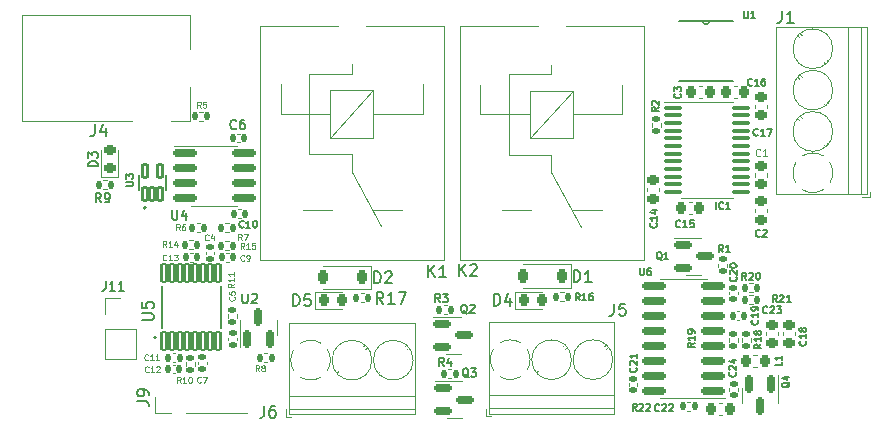
<source format=gbr>
%TF.GenerationSoftware,KiCad,Pcbnew,7.0.9*%
%TF.CreationDate,2023-12-14T12:52:06+02:00*%
%TF.ProjectId,Pi HAT,50692048-4154-42e6-9b69-6361645f7063,0.1.0*%
%TF.SameCoordinates,Original*%
%TF.FileFunction,Legend,Top*%
%TF.FilePolarity,Positive*%
%FSLAX46Y46*%
G04 Gerber Fmt 4.6, Leading zero omitted, Abs format (unit mm)*
G04 Created by KiCad (PCBNEW 7.0.9) date 2023-12-14 12:52:06*
%MOMM*%
%LPD*%
G01*
G04 APERTURE LIST*
G04 Aperture macros list*
%AMRoundRect*
0 Rectangle with rounded corners*
0 $1 Rounding radius*
0 $2 $3 $4 $5 $6 $7 $8 $9 X,Y pos of 4 corners*
0 Add a 4 corners polygon primitive as box body*
4,1,4,$2,$3,$4,$5,$6,$7,$8,$9,$2,$3,0*
0 Add four circle primitives for the rounded corners*
1,1,$1+$1,$2,$3*
1,1,$1+$1,$4,$5*
1,1,$1+$1,$6,$7*
1,1,$1+$1,$8,$9*
0 Add four rect primitives between the rounded corners*
20,1,$1+$1,$2,$3,$4,$5,0*
20,1,$1+$1,$4,$5,$6,$7,0*
20,1,$1+$1,$6,$7,$8,$9,0*
20,1,$1+$1,$8,$9,$2,$3,0*%
G04 Aperture macros list end*
%ADD10C,0.150000*%
%ADD11C,0.125000*%
%ADD12C,0.120000*%
%ADD13C,0.127000*%
%ADD14C,0.200000*%
%ADD15C,0.152400*%
%ADD16C,2.700000*%
%ADD17R,2.400000X2.400000*%
%ADD18C,2.400000*%
%ADD19RoundRect,0.218750X-0.218750X-0.256250X0.218750X-0.256250X0.218750X0.256250X-0.218750X0.256250X0*%
%ADD20R,1.700000X1.700000*%
%ADD21O,1.700000X1.700000*%
%ADD22RoundRect,0.135000X-0.185000X0.135000X-0.185000X-0.135000X0.185000X-0.135000X0.185000X0.135000X0*%
%ADD23RoundRect,0.225000X-0.250000X0.225000X-0.250000X-0.225000X0.250000X-0.225000X0.250000X0.225000X0*%
%ADD24RoundRect,0.225000X0.250000X-0.225000X0.250000X0.225000X-0.250000X0.225000X-0.250000X-0.225000X0*%
%ADD25RoundRect,0.100000X-0.637500X-0.100000X0.637500X-0.100000X0.637500X0.100000X-0.637500X0.100000X0*%
%ADD26RoundRect,0.135000X0.185000X-0.135000X0.185000X0.135000X-0.185000X0.135000X-0.185000X-0.135000X0*%
%ADD27RoundRect,0.225000X-0.225000X-0.250000X0.225000X-0.250000X0.225000X0.250000X-0.225000X0.250000X0*%
%ADD28RoundRect,0.122500X0.184500X-0.764500X0.184500X0.764500X-0.184500X0.764500X-0.184500X-0.764500X0*%
%ADD29RoundRect,0.140000X-0.170000X0.140000X-0.170000X-0.140000X0.170000X-0.140000X0.170000X0.140000X0*%
%ADD30C,3.000000*%
%ADD31C,2.500000*%
%ADD32RoundRect,0.135000X0.135000X0.185000X-0.135000X0.185000X-0.135000X-0.185000X0.135000X-0.185000X0*%
%ADD33RoundRect,0.150000X-0.150000X0.587500X-0.150000X-0.587500X0.150000X-0.587500X0.150000X0.587500X0*%
%ADD34RoundRect,0.225000X0.225000X0.375000X-0.225000X0.375000X-0.225000X-0.375000X0.225000X-0.375000X0*%
%ADD35RoundRect,0.135000X-0.135000X-0.185000X0.135000X-0.185000X0.135000X0.185000X-0.135000X0.185000X0*%
%ADD36RoundRect,0.150000X-0.825000X-0.150000X0.825000X-0.150000X0.825000X0.150000X-0.825000X0.150000X0*%
%ADD37RoundRect,0.150000X-0.587500X-0.150000X0.587500X-0.150000X0.587500X0.150000X-0.587500X0.150000X0*%
%ADD38RoundRect,0.218750X0.256250X-0.218750X0.256250X0.218750X-0.256250X0.218750X-0.256250X-0.218750X0*%
%ADD39RoundRect,0.150000X0.850000X0.150000X-0.850000X0.150000X-0.850000X-0.150000X0.850000X-0.150000X0*%
%ADD40RoundRect,0.140000X-0.140000X-0.170000X0.140000X-0.170000X0.140000X0.170000X-0.140000X0.170000X0*%
%ADD41RoundRect,0.150000X0.150000X-0.587500X0.150000X0.587500X-0.150000X0.587500X-0.150000X-0.587500X0*%
%ADD42RoundRect,0.140000X0.170000X-0.140000X0.170000X0.140000X-0.170000X0.140000X-0.170000X-0.140000X0*%
%ADD43RoundRect,0.218750X0.218750X0.256250X-0.218750X0.256250X-0.218750X-0.256250X0.218750X-0.256250X0*%
%ADD44RoundRect,0.140000X0.140000X0.170000X-0.140000X0.170000X-0.140000X-0.170000X0.140000X-0.170000X0*%
%ADD45R,1.473200X0.355600*%
%ADD46RoundRect,0.225000X0.225000X0.250000X-0.225000X0.250000X-0.225000X-0.250000X0.225000X-0.250000X0*%
%ADD47RoundRect,0.122000X0.180000X-0.575000X0.180000X0.575000X-0.180000X0.575000X-0.180000X-0.575000X0*%
G04 APERTURE END LIST*
D10*
X176704666Y-97752819D02*
X176704666Y-98467104D01*
X176704666Y-98467104D02*
X176657047Y-98609961D01*
X176657047Y-98609961D02*
X176561809Y-98705200D01*
X176561809Y-98705200D02*
X176418952Y-98752819D01*
X176418952Y-98752819D02*
X176323714Y-98752819D01*
X177704666Y-98752819D02*
X177133238Y-98752819D01*
X177418952Y-98752819D02*
X177418952Y-97752819D01*
X177418952Y-97752819D02*
X177323714Y-97895676D01*
X177323714Y-97895676D02*
X177228476Y-97990914D01*
X177228476Y-97990914D02*
X177133238Y-98038533D01*
X152292905Y-122696819D02*
X152292905Y-121696819D01*
X152292905Y-121696819D02*
X152531000Y-121696819D01*
X152531000Y-121696819D02*
X152673857Y-121744438D01*
X152673857Y-121744438D02*
X152769095Y-121839676D01*
X152769095Y-121839676D02*
X152816714Y-121934914D01*
X152816714Y-121934914D02*
X152864333Y-122125390D01*
X152864333Y-122125390D02*
X152864333Y-122268247D01*
X152864333Y-122268247D02*
X152816714Y-122458723D01*
X152816714Y-122458723D02*
X152769095Y-122553961D01*
X152769095Y-122553961D02*
X152673857Y-122649200D01*
X152673857Y-122649200D02*
X152531000Y-122696819D01*
X152531000Y-122696819D02*
X152292905Y-122696819D01*
X153721476Y-122030152D02*
X153721476Y-122696819D01*
X153483381Y-121649200D02*
X153245286Y-122363485D01*
X153245286Y-122363485D02*
X153864333Y-122363485D01*
X122109819Y-130793333D02*
X122824104Y-130793333D01*
X122824104Y-130793333D02*
X122966961Y-130840952D01*
X122966961Y-130840952D02*
X123062200Y-130936190D01*
X123062200Y-130936190D02*
X123109819Y-131079047D01*
X123109819Y-131079047D02*
X123109819Y-131174285D01*
X123109819Y-130269523D02*
X123109819Y-130079047D01*
X123109819Y-130079047D02*
X123062200Y-129983809D01*
X123062200Y-129983809D02*
X123014580Y-129936190D01*
X123014580Y-129936190D02*
X122871723Y-129840952D01*
X122871723Y-129840952D02*
X122681247Y-129793333D01*
X122681247Y-129793333D02*
X122300295Y-129793333D01*
X122300295Y-129793333D02*
X122205057Y-129840952D01*
X122205057Y-129840952D02*
X122157438Y-129888571D01*
X122157438Y-129888571D02*
X122109819Y-129983809D01*
X122109819Y-129983809D02*
X122109819Y-130174285D01*
X122109819Y-130174285D02*
X122157438Y-130269523D01*
X122157438Y-130269523D02*
X122205057Y-130317142D01*
X122205057Y-130317142D02*
X122300295Y-130364761D01*
X122300295Y-130364761D02*
X122538390Y-130364761D01*
X122538390Y-130364761D02*
X122633628Y-130317142D01*
X122633628Y-130317142D02*
X122681247Y-130269523D01*
X122681247Y-130269523D02*
X122728866Y-130174285D01*
X122728866Y-130174285D02*
X122728866Y-129983809D01*
X122728866Y-129983809D02*
X122681247Y-129888571D01*
X122681247Y-129888571D02*
X122633628Y-129840952D01*
X122633628Y-129840952D02*
X122538390Y-129793333D01*
X166284171Y-105916399D02*
X165998457Y-106116399D01*
X166284171Y-106259256D02*
X165684171Y-106259256D01*
X165684171Y-106259256D02*
X165684171Y-106030685D01*
X165684171Y-106030685D02*
X165712742Y-105973542D01*
X165712742Y-105973542D02*
X165741314Y-105944971D01*
X165741314Y-105944971D02*
X165798457Y-105916399D01*
X165798457Y-105916399D02*
X165884171Y-105916399D01*
X165884171Y-105916399D02*
X165941314Y-105944971D01*
X165941314Y-105944971D02*
X165969885Y-105973542D01*
X165969885Y-105973542D02*
X165998457Y-106030685D01*
X165998457Y-106030685D02*
X165998457Y-106259256D01*
X165741314Y-105687828D02*
X165712742Y-105659256D01*
X165712742Y-105659256D02*
X165684171Y-105602114D01*
X165684171Y-105602114D02*
X165684171Y-105459256D01*
X165684171Y-105459256D02*
X165712742Y-105402114D01*
X165712742Y-105402114D02*
X165741314Y-105373542D01*
X165741314Y-105373542D02*
X165798457Y-105344971D01*
X165798457Y-105344971D02*
X165855600Y-105344971D01*
X165855600Y-105344971D02*
X165941314Y-105373542D01*
X165941314Y-105373542D02*
X166284171Y-105716399D01*
X166284171Y-105716399D02*
X166284171Y-105344971D01*
X174664285Y-108262628D02*
X174635713Y-108291200D01*
X174635713Y-108291200D02*
X174549999Y-108319771D01*
X174549999Y-108319771D02*
X174492856Y-108319771D01*
X174492856Y-108319771D02*
X174407142Y-108291200D01*
X174407142Y-108291200D02*
X174349999Y-108234057D01*
X174349999Y-108234057D02*
X174321428Y-108176914D01*
X174321428Y-108176914D02*
X174292856Y-108062628D01*
X174292856Y-108062628D02*
X174292856Y-107976914D01*
X174292856Y-107976914D02*
X174321428Y-107862628D01*
X174321428Y-107862628D02*
X174349999Y-107805485D01*
X174349999Y-107805485D02*
X174407142Y-107748342D01*
X174407142Y-107748342D02*
X174492856Y-107719771D01*
X174492856Y-107719771D02*
X174549999Y-107719771D01*
X174549999Y-107719771D02*
X174635713Y-107748342D01*
X174635713Y-107748342D02*
X174664285Y-107776914D01*
X175235713Y-108319771D02*
X174892856Y-108319771D01*
X175064285Y-108319771D02*
X175064285Y-107719771D01*
X175064285Y-107719771D02*
X175007142Y-107805485D01*
X175007142Y-107805485D02*
X174949999Y-107862628D01*
X174949999Y-107862628D02*
X174892856Y-107891200D01*
X175435714Y-107719771D02*
X175835714Y-107719771D01*
X175835714Y-107719771D02*
X175578571Y-108319771D01*
X174855200Y-116798628D02*
X174826628Y-116827200D01*
X174826628Y-116827200D02*
X174740914Y-116855771D01*
X174740914Y-116855771D02*
X174683771Y-116855771D01*
X174683771Y-116855771D02*
X174598057Y-116827200D01*
X174598057Y-116827200D02*
X174540914Y-116770057D01*
X174540914Y-116770057D02*
X174512343Y-116712914D01*
X174512343Y-116712914D02*
X174483771Y-116598628D01*
X174483771Y-116598628D02*
X174483771Y-116512914D01*
X174483771Y-116512914D02*
X174512343Y-116398628D01*
X174512343Y-116398628D02*
X174540914Y-116341485D01*
X174540914Y-116341485D02*
X174598057Y-116284342D01*
X174598057Y-116284342D02*
X174683771Y-116255771D01*
X174683771Y-116255771D02*
X174740914Y-116255771D01*
X174740914Y-116255771D02*
X174826628Y-116284342D01*
X174826628Y-116284342D02*
X174855200Y-116312914D01*
X175083771Y-116312914D02*
X175112343Y-116284342D01*
X175112343Y-116284342D02*
X175169486Y-116255771D01*
X175169486Y-116255771D02*
X175312343Y-116255771D01*
X175312343Y-116255771D02*
X175369486Y-116284342D01*
X175369486Y-116284342D02*
X175398057Y-116312914D01*
X175398057Y-116312914D02*
X175426628Y-116370057D01*
X175426628Y-116370057D02*
X175426628Y-116427200D01*
X175426628Y-116427200D02*
X175398057Y-116512914D01*
X175398057Y-116512914D02*
X175055200Y-116855771D01*
X175055200Y-116855771D02*
X175426628Y-116855771D01*
X171114286Y-114519771D02*
X171114286Y-113919771D01*
X171742857Y-114462628D02*
X171714285Y-114491200D01*
X171714285Y-114491200D02*
X171628571Y-114519771D01*
X171628571Y-114519771D02*
X171571428Y-114519771D01*
X171571428Y-114519771D02*
X171485714Y-114491200D01*
X171485714Y-114491200D02*
X171428571Y-114434057D01*
X171428571Y-114434057D02*
X171400000Y-114376914D01*
X171400000Y-114376914D02*
X171371428Y-114262628D01*
X171371428Y-114262628D02*
X171371428Y-114176914D01*
X171371428Y-114176914D02*
X171400000Y-114062628D01*
X171400000Y-114062628D02*
X171428571Y-114005485D01*
X171428571Y-114005485D02*
X171485714Y-113948342D01*
X171485714Y-113948342D02*
X171571428Y-113919771D01*
X171571428Y-113919771D02*
X171628571Y-113919771D01*
X171628571Y-113919771D02*
X171714285Y-113948342D01*
X171714285Y-113948342D02*
X171742857Y-113976914D01*
X172314285Y-114519771D02*
X171971428Y-114519771D01*
X172142857Y-114519771D02*
X172142857Y-113919771D01*
X172142857Y-113919771D02*
X172085714Y-114005485D01*
X172085714Y-114005485D02*
X172028571Y-114062628D01*
X172028571Y-114062628D02*
X171971428Y-114091200D01*
X171705600Y-118176571D02*
X171505600Y-117890857D01*
X171362743Y-118176571D02*
X171362743Y-117576571D01*
X171362743Y-117576571D02*
X171591314Y-117576571D01*
X171591314Y-117576571D02*
X171648457Y-117605142D01*
X171648457Y-117605142D02*
X171677028Y-117633714D01*
X171677028Y-117633714D02*
X171705600Y-117690857D01*
X171705600Y-117690857D02*
X171705600Y-117776571D01*
X171705600Y-117776571D02*
X171677028Y-117833714D01*
X171677028Y-117833714D02*
X171648457Y-117862285D01*
X171648457Y-117862285D02*
X171591314Y-117890857D01*
X171591314Y-117890857D02*
X171362743Y-117890857D01*
X172277028Y-118176571D02*
X171934171Y-118176571D01*
X172105600Y-118176571D02*
X172105600Y-117576571D01*
X172105600Y-117576571D02*
X172048457Y-117662285D01*
X172048457Y-117662285D02*
X171991314Y-117719428D01*
X171991314Y-117719428D02*
X171934171Y-117748000D01*
X168114285Y-116012628D02*
X168085713Y-116041200D01*
X168085713Y-116041200D02*
X167999999Y-116069771D01*
X167999999Y-116069771D02*
X167942856Y-116069771D01*
X167942856Y-116069771D02*
X167857142Y-116041200D01*
X167857142Y-116041200D02*
X167799999Y-115984057D01*
X167799999Y-115984057D02*
X167771428Y-115926914D01*
X167771428Y-115926914D02*
X167742856Y-115812628D01*
X167742856Y-115812628D02*
X167742856Y-115726914D01*
X167742856Y-115726914D02*
X167771428Y-115612628D01*
X167771428Y-115612628D02*
X167799999Y-115555485D01*
X167799999Y-115555485D02*
X167857142Y-115498342D01*
X167857142Y-115498342D02*
X167942856Y-115469771D01*
X167942856Y-115469771D02*
X167999999Y-115469771D01*
X167999999Y-115469771D02*
X168085713Y-115498342D01*
X168085713Y-115498342D02*
X168114285Y-115526914D01*
X168685713Y-116069771D02*
X168342856Y-116069771D01*
X168514285Y-116069771D02*
X168514285Y-115469771D01*
X168514285Y-115469771D02*
X168457142Y-115555485D01*
X168457142Y-115555485D02*
X168399999Y-115612628D01*
X168399999Y-115612628D02*
X168342856Y-115641200D01*
X169228571Y-115469771D02*
X168942857Y-115469771D01*
X168942857Y-115469771D02*
X168914285Y-115755485D01*
X168914285Y-115755485D02*
X168942857Y-115726914D01*
X168942857Y-115726914D02*
X169000000Y-115698342D01*
X169000000Y-115698342D02*
X169142857Y-115698342D01*
X169142857Y-115698342D02*
X169200000Y-115726914D01*
X169200000Y-115726914D02*
X169228571Y-115755485D01*
X169228571Y-115755485D02*
X169257142Y-115812628D01*
X169257142Y-115812628D02*
X169257142Y-115955485D01*
X169257142Y-115955485D02*
X169228571Y-116012628D01*
X169228571Y-116012628D02*
X169200000Y-116041200D01*
X169200000Y-116041200D02*
X169142857Y-116069771D01*
X169142857Y-116069771D02*
X169000000Y-116069771D01*
X169000000Y-116069771D02*
X168942857Y-116041200D01*
X168942857Y-116041200D02*
X168914285Y-116012628D01*
X122499619Y-123923304D02*
X123309142Y-123923304D01*
X123309142Y-123923304D02*
X123404380Y-123875685D01*
X123404380Y-123875685D02*
X123452000Y-123828066D01*
X123452000Y-123828066D02*
X123499619Y-123732828D01*
X123499619Y-123732828D02*
X123499619Y-123542352D01*
X123499619Y-123542352D02*
X123452000Y-123447114D01*
X123452000Y-123447114D02*
X123404380Y-123399495D01*
X123404380Y-123399495D02*
X123309142Y-123351876D01*
X123309142Y-123351876D02*
X122499619Y-123351876D01*
X122499619Y-122399495D02*
X122499619Y-122875685D01*
X122499619Y-122875685D02*
X122975809Y-122923304D01*
X122975809Y-122923304D02*
X122928190Y-122875685D01*
X122928190Y-122875685D02*
X122880571Y-122780447D01*
X122880571Y-122780447D02*
X122880571Y-122542352D01*
X122880571Y-122542352D02*
X122928190Y-122447114D01*
X122928190Y-122447114D02*
X122975809Y-122399495D01*
X122975809Y-122399495D02*
X123071047Y-122351876D01*
X123071047Y-122351876D02*
X123309142Y-122351876D01*
X123309142Y-122351876D02*
X123404380Y-122399495D01*
X123404380Y-122399495D02*
X123452000Y-122447114D01*
X123452000Y-122447114D02*
X123499619Y-122542352D01*
X123499619Y-122542352D02*
X123499619Y-122780447D01*
X123499619Y-122780447D02*
X123452000Y-122875685D01*
X123452000Y-122875685D02*
X123404380Y-122923304D01*
X172831028Y-120273714D02*
X172859600Y-120302286D01*
X172859600Y-120302286D02*
X172888171Y-120388000D01*
X172888171Y-120388000D02*
X172888171Y-120445143D01*
X172888171Y-120445143D02*
X172859600Y-120530857D01*
X172859600Y-120530857D02*
X172802457Y-120588000D01*
X172802457Y-120588000D02*
X172745314Y-120616571D01*
X172745314Y-120616571D02*
X172631028Y-120645143D01*
X172631028Y-120645143D02*
X172545314Y-120645143D01*
X172545314Y-120645143D02*
X172431028Y-120616571D01*
X172431028Y-120616571D02*
X172373885Y-120588000D01*
X172373885Y-120588000D02*
X172316742Y-120530857D01*
X172316742Y-120530857D02*
X172288171Y-120445143D01*
X172288171Y-120445143D02*
X172288171Y-120388000D01*
X172288171Y-120388000D02*
X172316742Y-120302286D01*
X172316742Y-120302286D02*
X172345314Y-120273714D01*
X172345314Y-120045143D02*
X172316742Y-120016571D01*
X172316742Y-120016571D02*
X172288171Y-119959429D01*
X172288171Y-119959429D02*
X172288171Y-119816571D01*
X172288171Y-119816571D02*
X172316742Y-119759429D01*
X172316742Y-119759429D02*
X172345314Y-119730857D01*
X172345314Y-119730857D02*
X172402457Y-119702286D01*
X172402457Y-119702286D02*
X172459600Y-119702286D01*
X172459600Y-119702286D02*
X172545314Y-119730857D01*
X172545314Y-119730857D02*
X172888171Y-120073714D01*
X172888171Y-120073714D02*
X172888171Y-119702286D01*
X172288171Y-119330857D02*
X172288171Y-119273714D01*
X172288171Y-119273714D02*
X172316742Y-119216571D01*
X172316742Y-119216571D02*
X172345314Y-119188000D01*
X172345314Y-119188000D02*
X172402457Y-119159428D01*
X172402457Y-119159428D02*
X172516742Y-119130857D01*
X172516742Y-119130857D02*
X172659600Y-119130857D01*
X172659600Y-119130857D02*
X172773885Y-119159428D01*
X172773885Y-119159428D02*
X172831028Y-119188000D01*
X172831028Y-119188000D02*
X172859600Y-119216571D01*
X172859600Y-119216571D02*
X172888171Y-119273714D01*
X172888171Y-119273714D02*
X172888171Y-119330857D01*
X172888171Y-119330857D02*
X172859600Y-119388000D01*
X172859600Y-119388000D02*
X172831028Y-119416571D01*
X172831028Y-119416571D02*
X172773885Y-119445142D01*
X172773885Y-119445142D02*
X172659600Y-119473714D01*
X172659600Y-119473714D02*
X172516742Y-119473714D01*
X172516742Y-119473714D02*
X172402457Y-119445142D01*
X172402457Y-119445142D02*
X172345314Y-119416571D01*
X172345314Y-119416571D02*
X172316742Y-119388000D01*
X172316742Y-119388000D02*
X172288171Y-119330857D01*
X146751905Y-120294819D02*
X146751905Y-119294819D01*
X147323333Y-120294819D02*
X146894762Y-119723390D01*
X147323333Y-119294819D02*
X146751905Y-119866247D01*
X148275714Y-120294819D02*
X147704286Y-120294819D01*
X147990000Y-120294819D02*
X147990000Y-119294819D01*
X147990000Y-119294819D02*
X147894762Y-119437676D01*
X147894762Y-119437676D02*
X147799524Y-119532914D01*
X147799524Y-119532914D02*
X147704286Y-119580533D01*
X168106628Y-104747999D02*
X168135200Y-104776571D01*
X168135200Y-104776571D02*
X168163771Y-104862285D01*
X168163771Y-104862285D02*
X168163771Y-104919428D01*
X168163771Y-104919428D02*
X168135200Y-105005142D01*
X168135200Y-105005142D02*
X168078057Y-105062285D01*
X168078057Y-105062285D02*
X168020914Y-105090856D01*
X168020914Y-105090856D02*
X167906628Y-105119428D01*
X167906628Y-105119428D02*
X167820914Y-105119428D01*
X167820914Y-105119428D02*
X167706628Y-105090856D01*
X167706628Y-105090856D02*
X167649485Y-105062285D01*
X167649485Y-105062285D02*
X167592342Y-105005142D01*
X167592342Y-105005142D02*
X167563771Y-104919428D01*
X167563771Y-104919428D02*
X167563771Y-104862285D01*
X167563771Y-104862285D02*
X167592342Y-104776571D01*
X167592342Y-104776571D02*
X167620914Y-104747999D01*
X167563771Y-104547999D02*
X167563771Y-104176571D01*
X167563771Y-104176571D02*
X167792342Y-104376571D01*
X167792342Y-104376571D02*
X167792342Y-104290856D01*
X167792342Y-104290856D02*
X167820914Y-104233714D01*
X167820914Y-104233714D02*
X167849485Y-104205142D01*
X167849485Y-104205142D02*
X167906628Y-104176571D01*
X167906628Y-104176571D02*
X168049485Y-104176571D01*
X168049485Y-104176571D02*
X168106628Y-104205142D01*
X168106628Y-104205142D02*
X168135200Y-104233714D01*
X168135200Y-104233714D02*
X168163771Y-104290856D01*
X168163771Y-104290856D02*
X168163771Y-104462285D01*
X168163771Y-104462285D02*
X168135200Y-104519428D01*
X168135200Y-104519428D02*
X168106628Y-104547999D01*
X119046667Y-113962295D02*
X118780000Y-113581342D01*
X118589524Y-113962295D02*
X118589524Y-113162295D01*
X118589524Y-113162295D02*
X118894286Y-113162295D01*
X118894286Y-113162295D02*
X118970476Y-113200390D01*
X118970476Y-113200390D02*
X119008571Y-113238485D01*
X119008571Y-113238485D02*
X119046667Y-113314676D01*
X119046667Y-113314676D02*
X119046667Y-113428961D01*
X119046667Y-113428961D02*
X119008571Y-113505152D01*
X119008571Y-113505152D02*
X118970476Y-113543247D01*
X118970476Y-113543247D02*
X118894286Y-113581342D01*
X118894286Y-113581342D02*
X118589524Y-113581342D01*
X119427619Y-113962295D02*
X119580000Y-113962295D01*
X119580000Y-113962295D02*
X119656190Y-113924200D01*
X119656190Y-113924200D02*
X119694286Y-113886104D01*
X119694286Y-113886104D02*
X119770476Y-113771819D01*
X119770476Y-113771819D02*
X119808571Y-113619438D01*
X119808571Y-113619438D02*
X119808571Y-113314676D01*
X119808571Y-113314676D02*
X119770476Y-113238485D01*
X119770476Y-113238485D02*
X119732381Y-113200390D01*
X119732381Y-113200390D02*
X119656190Y-113162295D01*
X119656190Y-113162295D02*
X119503809Y-113162295D01*
X119503809Y-113162295D02*
X119427619Y-113200390D01*
X119427619Y-113200390D02*
X119389524Y-113238485D01*
X119389524Y-113238485D02*
X119351428Y-113314676D01*
X119351428Y-113314676D02*
X119351428Y-113505152D01*
X119351428Y-113505152D02*
X119389524Y-113581342D01*
X119389524Y-113581342D02*
X119427619Y-113619438D01*
X119427619Y-113619438D02*
X119503809Y-113657533D01*
X119503809Y-113657533D02*
X119656190Y-113657533D01*
X119656190Y-113657533D02*
X119732381Y-113619438D01*
X119732381Y-113619438D02*
X119770476Y-113581342D01*
X119770476Y-113581342D02*
X119808571Y-113505152D01*
X177364914Y-129190742D02*
X177336342Y-129247885D01*
X177336342Y-129247885D02*
X177279200Y-129305028D01*
X177279200Y-129305028D02*
X177193485Y-129390742D01*
X177193485Y-129390742D02*
X177164914Y-129447885D01*
X177164914Y-129447885D02*
X177164914Y-129505028D01*
X177307771Y-129476457D02*
X177279200Y-129533600D01*
X177279200Y-129533600D02*
X177222057Y-129590742D01*
X177222057Y-129590742D02*
X177107771Y-129619314D01*
X177107771Y-129619314D02*
X176907771Y-129619314D01*
X176907771Y-129619314D02*
X176793485Y-129590742D01*
X176793485Y-129590742D02*
X176736342Y-129533600D01*
X176736342Y-129533600D02*
X176707771Y-129476457D01*
X176707771Y-129476457D02*
X176707771Y-129362171D01*
X176707771Y-129362171D02*
X176736342Y-129305028D01*
X176736342Y-129305028D02*
X176793485Y-129247885D01*
X176793485Y-129247885D02*
X176907771Y-129219314D01*
X176907771Y-129219314D02*
X177107771Y-129219314D01*
X177107771Y-129219314D02*
X177222057Y-129247885D01*
X177222057Y-129247885D02*
X177279200Y-129305028D01*
X177279200Y-129305028D02*
X177307771Y-129362171D01*
X177307771Y-129362171D02*
X177307771Y-129476457D01*
X176907771Y-128705029D02*
X177307771Y-128705029D01*
X176679200Y-128847886D02*
X177107771Y-128990743D01*
X177107771Y-128990743D02*
X177107771Y-128619314D01*
X159078705Y-120698419D02*
X159078705Y-119698419D01*
X159078705Y-119698419D02*
X159316800Y-119698419D01*
X159316800Y-119698419D02*
X159459657Y-119746038D01*
X159459657Y-119746038D02*
X159554895Y-119841276D01*
X159554895Y-119841276D02*
X159602514Y-119936514D01*
X159602514Y-119936514D02*
X159650133Y-120126990D01*
X159650133Y-120126990D02*
X159650133Y-120269847D01*
X159650133Y-120269847D02*
X159602514Y-120460323D01*
X159602514Y-120460323D02*
X159554895Y-120555561D01*
X159554895Y-120555561D02*
X159459657Y-120650800D01*
X159459657Y-120650800D02*
X159316800Y-120698419D01*
X159316800Y-120698419D02*
X159078705Y-120698419D01*
X160602514Y-120698419D02*
X160031086Y-120698419D01*
X160316800Y-120698419D02*
X160316800Y-119698419D01*
X160316800Y-119698419D02*
X160221562Y-119841276D01*
X160221562Y-119841276D02*
X160126324Y-119936514D01*
X160126324Y-119936514D02*
X160031086Y-119984133D01*
X142162305Y-120800019D02*
X142162305Y-119800019D01*
X142162305Y-119800019D02*
X142400400Y-119800019D01*
X142400400Y-119800019D02*
X142543257Y-119847638D01*
X142543257Y-119847638D02*
X142638495Y-119942876D01*
X142638495Y-119942876D02*
X142686114Y-120038114D01*
X142686114Y-120038114D02*
X142733733Y-120228590D01*
X142733733Y-120228590D02*
X142733733Y-120371447D01*
X142733733Y-120371447D02*
X142686114Y-120561923D01*
X142686114Y-120561923D02*
X142638495Y-120657161D01*
X142638495Y-120657161D02*
X142543257Y-120752400D01*
X142543257Y-120752400D02*
X142400400Y-120800019D01*
X142400400Y-120800019D02*
X142162305Y-120800019D01*
X143114686Y-119895257D02*
X143162305Y-119847638D01*
X143162305Y-119847638D02*
X143257543Y-119800019D01*
X143257543Y-119800019D02*
X143495638Y-119800019D01*
X143495638Y-119800019D02*
X143590876Y-119847638D01*
X143590876Y-119847638D02*
X143638495Y-119895257D01*
X143638495Y-119895257D02*
X143686114Y-119990495D01*
X143686114Y-119990495D02*
X143686114Y-120085733D01*
X143686114Y-120085733D02*
X143638495Y-120228590D01*
X143638495Y-120228590D02*
X143067067Y-120800019D01*
X143067067Y-120800019D02*
X143686114Y-120800019D01*
D11*
X127496666Y-129167190D02*
X127472857Y-129191000D01*
X127472857Y-129191000D02*
X127401428Y-129214809D01*
X127401428Y-129214809D02*
X127353809Y-129214809D01*
X127353809Y-129214809D02*
X127282381Y-129191000D01*
X127282381Y-129191000D02*
X127234762Y-129143380D01*
X127234762Y-129143380D02*
X127210952Y-129095761D01*
X127210952Y-129095761D02*
X127187143Y-129000523D01*
X127187143Y-129000523D02*
X127187143Y-128929095D01*
X127187143Y-128929095D02*
X127210952Y-128833857D01*
X127210952Y-128833857D02*
X127234762Y-128786238D01*
X127234762Y-128786238D02*
X127282381Y-128738619D01*
X127282381Y-128738619D02*
X127353809Y-128714809D01*
X127353809Y-128714809D02*
X127401428Y-128714809D01*
X127401428Y-128714809D02*
X127472857Y-128738619D01*
X127472857Y-128738619D02*
X127496666Y-128762428D01*
X127663333Y-128714809D02*
X127996666Y-128714809D01*
X127996666Y-128714809D02*
X127782381Y-129214809D01*
X130304809Y-120831428D02*
X130066714Y-120998094D01*
X130304809Y-121117142D02*
X129804809Y-121117142D01*
X129804809Y-121117142D02*
X129804809Y-120926666D01*
X129804809Y-120926666D02*
X129828619Y-120879047D01*
X129828619Y-120879047D02*
X129852428Y-120855237D01*
X129852428Y-120855237D02*
X129900047Y-120831428D01*
X129900047Y-120831428D02*
X129971476Y-120831428D01*
X129971476Y-120831428D02*
X130019095Y-120855237D01*
X130019095Y-120855237D02*
X130042904Y-120879047D01*
X130042904Y-120879047D02*
X130066714Y-120926666D01*
X130066714Y-120926666D02*
X130066714Y-121117142D01*
X130304809Y-120355237D02*
X130304809Y-120640951D01*
X130304809Y-120498094D02*
X129804809Y-120498094D01*
X129804809Y-120498094D02*
X129876238Y-120545713D01*
X129876238Y-120545713D02*
X129923857Y-120593332D01*
X129923857Y-120593332D02*
X129947666Y-120640951D01*
X130304809Y-119879047D02*
X130304809Y-120164761D01*
X130304809Y-120021904D02*
X129804809Y-120021904D01*
X129804809Y-120021904D02*
X129876238Y-120069523D01*
X129876238Y-120069523D02*
X129923857Y-120117142D01*
X129923857Y-120117142D02*
X129947666Y-120164761D01*
X124598571Y-117714809D02*
X124431905Y-117476714D01*
X124312857Y-117714809D02*
X124312857Y-117214809D01*
X124312857Y-117214809D02*
X124503333Y-117214809D01*
X124503333Y-117214809D02*
X124550952Y-117238619D01*
X124550952Y-117238619D02*
X124574762Y-117262428D01*
X124574762Y-117262428D02*
X124598571Y-117310047D01*
X124598571Y-117310047D02*
X124598571Y-117381476D01*
X124598571Y-117381476D02*
X124574762Y-117429095D01*
X124574762Y-117429095D02*
X124550952Y-117452904D01*
X124550952Y-117452904D02*
X124503333Y-117476714D01*
X124503333Y-117476714D02*
X124312857Y-117476714D01*
X125074762Y-117714809D02*
X124789048Y-117714809D01*
X124931905Y-117714809D02*
X124931905Y-117214809D01*
X124931905Y-117214809D02*
X124884286Y-117286238D01*
X124884286Y-117286238D02*
X124836667Y-117333857D01*
X124836667Y-117333857D02*
X124789048Y-117357666D01*
X125503333Y-117381476D02*
X125503333Y-117714809D01*
X125384285Y-117191000D02*
X125265238Y-117548142D01*
X125265238Y-117548142D02*
X125574761Y-117548142D01*
D10*
X125070476Y-114612295D02*
X125070476Y-115259914D01*
X125070476Y-115259914D02*
X125108571Y-115336104D01*
X125108571Y-115336104D02*
X125146666Y-115374200D01*
X125146666Y-115374200D02*
X125222857Y-115412295D01*
X125222857Y-115412295D02*
X125375238Y-115412295D01*
X125375238Y-115412295D02*
X125451428Y-115374200D01*
X125451428Y-115374200D02*
X125489523Y-115336104D01*
X125489523Y-115336104D02*
X125527619Y-115259914D01*
X125527619Y-115259914D02*
X125527619Y-114612295D01*
X126251428Y-114878961D02*
X126251428Y-115412295D01*
X126060952Y-114574200D02*
X125870475Y-115145628D01*
X125870475Y-115145628D02*
X126365714Y-115145628D01*
X150174333Y-128779700D02*
X150107666Y-128746366D01*
X150107666Y-128746366D02*
X150041000Y-128679700D01*
X150041000Y-128679700D02*
X149941000Y-128579700D01*
X149941000Y-128579700D02*
X149874333Y-128546366D01*
X149874333Y-128546366D02*
X149807666Y-128546366D01*
X149841000Y-128713033D02*
X149774333Y-128679700D01*
X149774333Y-128679700D02*
X149707666Y-128613033D01*
X149707666Y-128613033D02*
X149674333Y-128479700D01*
X149674333Y-128479700D02*
X149674333Y-128246366D01*
X149674333Y-128246366D02*
X149707666Y-128113033D01*
X149707666Y-128113033D02*
X149774333Y-128046366D01*
X149774333Y-128046366D02*
X149841000Y-128013033D01*
X149841000Y-128013033D02*
X149974333Y-128013033D01*
X149974333Y-128013033D02*
X150041000Y-128046366D01*
X150041000Y-128046366D02*
X150107666Y-128113033D01*
X150107666Y-128113033D02*
X150141000Y-128246366D01*
X150141000Y-128246366D02*
X150141000Y-128479700D01*
X150141000Y-128479700D02*
X150107666Y-128613033D01*
X150107666Y-128613033D02*
X150041000Y-128679700D01*
X150041000Y-128679700D02*
X149974333Y-128713033D01*
X149974333Y-128713033D02*
X149841000Y-128713033D01*
X150374333Y-128013033D02*
X150807666Y-128013033D01*
X150807666Y-128013033D02*
X150574333Y-128279700D01*
X150574333Y-128279700D02*
X150674333Y-128279700D01*
X150674333Y-128279700D02*
X150740999Y-128313033D01*
X150740999Y-128313033D02*
X150774333Y-128346366D01*
X150774333Y-128346366D02*
X150807666Y-128413033D01*
X150807666Y-128413033D02*
X150807666Y-128579700D01*
X150807666Y-128579700D02*
X150774333Y-128646366D01*
X150774333Y-128646366D02*
X150740999Y-128679700D01*
X150740999Y-128679700D02*
X150674333Y-128713033D01*
X150674333Y-128713033D02*
X150474333Y-128713033D01*
X150474333Y-128713033D02*
X150407666Y-128679700D01*
X150407666Y-128679700D02*
X150374333Y-128646366D01*
D11*
X127506666Y-105934809D02*
X127340000Y-105696714D01*
X127220952Y-105934809D02*
X127220952Y-105434809D01*
X127220952Y-105434809D02*
X127411428Y-105434809D01*
X127411428Y-105434809D02*
X127459047Y-105458619D01*
X127459047Y-105458619D02*
X127482857Y-105482428D01*
X127482857Y-105482428D02*
X127506666Y-105530047D01*
X127506666Y-105530047D02*
X127506666Y-105601476D01*
X127506666Y-105601476D02*
X127482857Y-105649095D01*
X127482857Y-105649095D02*
X127459047Y-105672904D01*
X127459047Y-105672904D02*
X127411428Y-105696714D01*
X127411428Y-105696714D02*
X127220952Y-105696714D01*
X127959047Y-105434809D02*
X127720952Y-105434809D01*
X127720952Y-105434809D02*
X127697143Y-105672904D01*
X127697143Y-105672904D02*
X127720952Y-105649095D01*
X127720952Y-105649095D02*
X127768571Y-105625285D01*
X127768571Y-105625285D02*
X127887619Y-105625285D01*
X127887619Y-105625285D02*
X127935238Y-105649095D01*
X127935238Y-105649095D02*
X127959047Y-105672904D01*
X127959047Y-105672904D02*
X127982857Y-105720523D01*
X127982857Y-105720523D02*
X127982857Y-105839571D01*
X127982857Y-105839571D02*
X127959047Y-105887190D01*
X127959047Y-105887190D02*
X127935238Y-105911000D01*
X127935238Y-105911000D02*
X127887619Y-105934809D01*
X127887619Y-105934809D02*
X127768571Y-105934809D01*
X127768571Y-105934809D02*
X127720952Y-105911000D01*
X127720952Y-105911000D02*
X127697143Y-105887190D01*
D10*
X118777095Y-110912975D02*
X117977095Y-110912975D01*
X117977095Y-110912975D02*
X117977095Y-110722499D01*
X117977095Y-110722499D02*
X118015190Y-110608213D01*
X118015190Y-110608213D02*
X118091380Y-110532023D01*
X118091380Y-110532023D02*
X118167571Y-110493928D01*
X118167571Y-110493928D02*
X118319952Y-110455832D01*
X118319952Y-110455832D02*
X118434238Y-110455832D01*
X118434238Y-110455832D02*
X118586619Y-110493928D01*
X118586619Y-110493928D02*
X118662809Y-110532023D01*
X118662809Y-110532023D02*
X118739000Y-110608213D01*
X118739000Y-110608213D02*
X118777095Y-110722499D01*
X118777095Y-110722499D02*
X118777095Y-110912975D01*
X117977095Y-110189166D02*
X117977095Y-109693928D01*
X117977095Y-109693928D02*
X118281857Y-109960594D01*
X118281857Y-109960594D02*
X118281857Y-109846309D01*
X118281857Y-109846309D02*
X118319952Y-109770118D01*
X118319952Y-109770118D02*
X118358047Y-109732023D01*
X118358047Y-109732023D02*
X118434238Y-109693928D01*
X118434238Y-109693928D02*
X118624714Y-109693928D01*
X118624714Y-109693928D02*
X118700904Y-109732023D01*
X118700904Y-109732023D02*
X118739000Y-109770118D01*
X118739000Y-109770118D02*
X118777095Y-109846309D01*
X118777095Y-109846309D02*
X118777095Y-110074880D01*
X118777095Y-110074880D02*
X118739000Y-110151071D01*
X118739000Y-110151071D02*
X118700904Y-110189166D01*
X149351905Y-120194819D02*
X149351905Y-119194819D01*
X149923333Y-120194819D02*
X149494762Y-119623390D01*
X149923333Y-119194819D02*
X149351905Y-119766247D01*
X150304286Y-119290057D02*
X150351905Y-119242438D01*
X150351905Y-119242438D02*
X150447143Y-119194819D01*
X150447143Y-119194819D02*
X150685238Y-119194819D01*
X150685238Y-119194819D02*
X150780476Y-119242438D01*
X150780476Y-119242438D02*
X150828095Y-119290057D01*
X150828095Y-119290057D02*
X150875714Y-119385295D01*
X150875714Y-119385295D02*
X150875714Y-119480533D01*
X150875714Y-119480533D02*
X150828095Y-119623390D01*
X150828095Y-119623390D02*
X150256667Y-120194819D01*
X150256667Y-120194819D02*
X150875714Y-120194819D01*
X164693657Y-119506971D02*
X164693657Y-119992685D01*
X164693657Y-119992685D02*
X164722228Y-120049828D01*
X164722228Y-120049828D02*
X164750800Y-120078400D01*
X164750800Y-120078400D02*
X164807942Y-120106971D01*
X164807942Y-120106971D02*
X164922228Y-120106971D01*
X164922228Y-120106971D02*
X164979371Y-120078400D01*
X164979371Y-120078400D02*
X165007942Y-120049828D01*
X165007942Y-120049828D02*
X165036514Y-119992685D01*
X165036514Y-119992685D02*
X165036514Y-119506971D01*
X165579371Y-119506971D02*
X165465085Y-119506971D01*
X165465085Y-119506971D02*
X165407942Y-119535542D01*
X165407942Y-119535542D02*
X165379371Y-119564114D01*
X165379371Y-119564114D02*
X165322228Y-119649828D01*
X165322228Y-119649828D02*
X165293656Y-119764114D01*
X165293656Y-119764114D02*
X165293656Y-119992685D01*
X165293656Y-119992685D02*
X165322228Y-120049828D01*
X165322228Y-120049828D02*
X165350799Y-120078400D01*
X165350799Y-120078400D02*
X165407942Y-120106971D01*
X165407942Y-120106971D02*
X165522228Y-120106971D01*
X165522228Y-120106971D02*
X165579371Y-120078400D01*
X165579371Y-120078400D02*
X165607942Y-120049828D01*
X165607942Y-120049828D02*
X165636513Y-119992685D01*
X165636513Y-119992685D02*
X165636513Y-119849828D01*
X165636513Y-119849828D02*
X165607942Y-119792685D01*
X165607942Y-119792685D02*
X165579371Y-119764114D01*
X165579371Y-119764114D02*
X165522228Y-119735542D01*
X165522228Y-119735542D02*
X165407942Y-119735542D01*
X165407942Y-119735542D02*
X165350799Y-119764114D01*
X165350799Y-119764114D02*
X165322228Y-119792685D01*
X165322228Y-119792685D02*
X165293656Y-119849828D01*
X119442380Y-120642295D02*
X119442380Y-121213723D01*
X119442380Y-121213723D02*
X119404285Y-121328009D01*
X119404285Y-121328009D02*
X119328094Y-121404200D01*
X119328094Y-121404200D02*
X119213809Y-121442295D01*
X119213809Y-121442295D02*
X119137618Y-121442295D01*
X120242380Y-121442295D02*
X119785237Y-121442295D01*
X120013809Y-121442295D02*
X120013809Y-120642295D01*
X120013809Y-120642295D02*
X119937618Y-120756580D01*
X119937618Y-120756580D02*
X119861428Y-120832771D01*
X119861428Y-120832771D02*
X119785237Y-120870866D01*
X121004285Y-121442295D02*
X120547142Y-121442295D01*
X120775714Y-121442295D02*
X120775714Y-120642295D01*
X120775714Y-120642295D02*
X120699523Y-120756580D01*
X120699523Y-120756580D02*
X120623333Y-120832771D01*
X120623333Y-120832771D02*
X120547142Y-120870866D01*
X164409485Y-131587771D02*
X164209485Y-131302057D01*
X164066628Y-131587771D02*
X164066628Y-130987771D01*
X164066628Y-130987771D02*
X164295199Y-130987771D01*
X164295199Y-130987771D02*
X164352342Y-131016342D01*
X164352342Y-131016342D02*
X164380913Y-131044914D01*
X164380913Y-131044914D02*
X164409485Y-131102057D01*
X164409485Y-131102057D02*
X164409485Y-131187771D01*
X164409485Y-131187771D02*
X164380913Y-131244914D01*
X164380913Y-131244914D02*
X164352342Y-131273485D01*
X164352342Y-131273485D02*
X164295199Y-131302057D01*
X164295199Y-131302057D02*
X164066628Y-131302057D01*
X164638056Y-131044914D02*
X164666628Y-131016342D01*
X164666628Y-131016342D02*
X164723771Y-130987771D01*
X164723771Y-130987771D02*
X164866628Y-130987771D01*
X164866628Y-130987771D02*
X164923771Y-131016342D01*
X164923771Y-131016342D02*
X164952342Y-131044914D01*
X164952342Y-131044914D02*
X164980913Y-131102057D01*
X164980913Y-131102057D02*
X164980913Y-131159200D01*
X164980913Y-131159200D02*
X164952342Y-131244914D01*
X164952342Y-131244914D02*
X164609485Y-131587771D01*
X164609485Y-131587771D02*
X164980913Y-131587771D01*
X165209485Y-131044914D02*
X165238057Y-131016342D01*
X165238057Y-131016342D02*
X165295200Y-130987771D01*
X165295200Y-130987771D02*
X165438057Y-130987771D01*
X165438057Y-130987771D02*
X165495200Y-131016342D01*
X165495200Y-131016342D02*
X165523771Y-131044914D01*
X165523771Y-131044914D02*
X165552342Y-131102057D01*
X165552342Y-131102057D02*
X165552342Y-131159200D01*
X165552342Y-131159200D02*
X165523771Y-131244914D01*
X165523771Y-131244914D02*
X165180914Y-131587771D01*
X165180914Y-131587771D02*
X165552342Y-131587771D01*
D11*
X131175066Y-118858990D02*
X131151257Y-118882800D01*
X131151257Y-118882800D02*
X131079828Y-118906609D01*
X131079828Y-118906609D02*
X131032209Y-118906609D01*
X131032209Y-118906609D02*
X130960781Y-118882800D01*
X130960781Y-118882800D02*
X130913162Y-118835180D01*
X130913162Y-118835180D02*
X130889352Y-118787561D01*
X130889352Y-118787561D02*
X130865543Y-118692323D01*
X130865543Y-118692323D02*
X130865543Y-118620895D01*
X130865543Y-118620895D02*
X130889352Y-118525657D01*
X130889352Y-118525657D02*
X130913162Y-118478038D01*
X130913162Y-118478038D02*
X130960781Y-118430419D01*
X130960781Y-118430419D02*
X131032209Y-118406609D01*
X131032209Y-118406609D02*
X131079828Y-118406609D01*
X131079828Y-118406609D02*
X131151257Y-118430419D01*
X131151257Y-118430419D02*
X131175066Y-118454228D01*
X131413162Y-118906609D02*
X131508400Y-118906609D01*
X131508400Y-118906609D02*
X131556019Y-118882800D01*
X131556019Y-118882800D02*
X131579828Y-118858990D01*
X131579828Y-118858990D02*
X131627447Y-118787561D01*
X131627447Y-118787561D02*
X131651257Y-118692323D01*
X131651257Y-118692323D02*
X131651257Y-118501847D01*
X131651257Y-118501847D02*
X131627447Y-118454228D01*
X131627447Y-118454228D02*
X131603638Y-118430419D01*
X131603638Y-118430419D02*
X131556019Y-118406609D01*
X131556019Y-118406609D02*
X131460781Y-118406609D01*
X131460781Y-118406609D02*
X131413162Y-118430419D01*
X131413162Y-118430419D02*
X131389352Y-118454228D01*
X131389352Y-118454228D02*
X131365543Y-118501847D01*
X131365543Y-118501847D02*
X131365543Y-118620895D01*
X131365543Y-118620895D02*
X131389352Y-118668514D01*
X131389352Y-118668514D02*
X131413162Y-118692323D01*
X131413162Y-118692323D02*
X131460781Y-118716133D01*
X131460781Y-118716133D02*
X131556019Y-118716133D01*
X131556019Y-118716133D02*
X131603638Y-118692323D01*
X131603638Y-118692323D02*
X131627447Y-118668514D01*
X131627447Y-118668514D02*
X131651257Y-118620895D01*
D10*
X131134285Y-116042628D02*
X131105713Y-116071200D01*
X131105713Y-116071200D02*
X131019999Y-116099771D01*
X131019999Y-116099771D02*
X130962856Y-116099771D01*
X130962856Y-116099771D02*
X130877142Y-116071200D01*
X130877142Y-116071200D02*
X130819999Y-116014057D01*
X130819999Y-116014057D02*
X130791428Y-115956914D01*
X130791428Y-115956914D02*
X130762856Y-115842628D01*
X130762856Y-115842628D02*
X130762856Y-115756914D01*
X130762856Y-115756914D02*
X130791428Y-115642628D01*
X130791428Y-115642628D02*
X130819999Y-115585485D01*
X130819999Y-115585485D02*
X130877142Y-115528342D01*
X130877142Y-115528342D02*
X130962856Y-115499771D01*
X130962856Y-115499771D02*
X131019999Y-115499771D01*
X131019999Y-115499771D02*
X131105713Y-115528342D01*
X131105713Y-115528342D02*
X131134285Y-115556914D01*
X131705713Y-116099771D02*
X131362856Y-116099771D01*
X131534285Y-116099771D02*
X131534285Y-115499771D01*
X131534285Y-115499771D02*
X131477142Y-115585485D01*
X131477142Y-115585485D02*
X131419999Y-115642628D01*
X131419999Y-115642628D02*
X131362856Y-115671200D01*
X132077142Y-115499771D02*
X132134285Y-115499771D01*
X132134285Y-115499771D02*
X132191428Y-115528342D01*
X132191428Y-115528342D02*
X132220000Y-115556914D01*
X132220000Y-115556914D02*
X132248571Y-115614057D01*
X132248571Y-115614057D02*
X132277142Y-115728342D01*
X132277142Y-115728342D02*
X132277142Y-115871200D01*
X132277142Y-115871200D02*
X132248571Y-115985485D01*
X132248571Y-115985485D02*
X132220000Y-116042628D01*
X132220000Y-116042628D02*
X132191428Y-116071200D01*
X132191428Y-116071200D02*
X132134285Y-116099771D01*
X132134285Y-116099771D02*
X132077142Y-116099771D01*
X132077142Y-116099771D02*
X132020000Y-116071200D01*
X132020000Y-116071200D02*
X131991428Y-116042628D01*
X131991428Y-116042628D02*
X131962857Y-115985485D01*
X131962857Y-115985485D02*
X131934285Y-115871200D01*
X131934285Y-115871200D02*
X131934285Y-115728342D01*
X131934285Y-115728342D02*
X131962857Y-115614057D01*
X131962857Y-115614057D02*
X131991428Y-115556914D01*
X131991428Y-115556914D02*
X132020000Y-115528342D01*
X132020000Y-115528342D02*
X132077142Y-115499771D01*
D11*
X124598571Y-118827190D02*
X124574762Y-118851000D01*
X124574762Y-118851000D02*
X124503333Y-118874809D01*
X124503333Y-118874809D02*
X124455714Y-118874809D01*
X124455714Y-118874809D02*
X124384286Y-118851000D01*
X124384286Y-118851000D02*
X124336667Y-118803380D01*
X124336667Y-118803380D02*
X124312857Y-118755761D01*
X124312857Y-118755761D02*
X124289048Y-118660523D01*
X124289048Y-118660523D02*
X124289048Y-118589095D01*
X124289048Y-118589095D02*
X124312857Y-118493857D01*
X124312857Y-118493857D02*
X124336667Y-118446238D01*
X124336667Y-118446238D02*
X124384286Y-118398619D01*
X124384286Y-118398619D02*
X124455714Y-118374809D01*
X124455714Y-118374809D02*
X124503333Y-118374809D01*
X124503333Y-118374809D02*
X124574762Y-118398619D01*
X124574762Y-118398619D02*
X124598571Y-118422428D01*
X125074762Y-118874809D02*
X124789048Y-118874809D01*
X124931905Y-118874809D02*
X124931905Y-118374809D01*
X124931905Y-118374809D02*
X124884286Y-118446238D01*
X124884286Y-118446238D02*
X124836667Y-118493857D01*
X124836667Y-118493857D02*
X124789048Y-118517666D01*
X125241428Y-118374809D02*
X125550952Y-118374809D01*
X125550952Y-118374809D02*
X125384285Y-118565285D01*
X125384285Y-118565285D02*
X125455714Y-118565285D01*
X125455714Y-118565285D02*
X125503333Y-118589095D01*
X125503333Y-118589095D02*
X125527142Y-118612904D01*
X125527142Y-118612904D02*
X125550952Y-118660523D01*
X125550952Y-118660523D02*
X125550952Y-118779571D01*
X125550952Y-118779571D02*
X125527142Y-118827190D01*
X125527142Y-118827190D02*
X125503333Y-118851000D01*
X125503333Y-118851000D02*
X125455714Y-118874809D01*
X125455714Y-118874809D02*
X125312857Y-118874809D01*
X125312857Y-118874809D02*
X125265238Y-118851000D01*
X125265238Y-118851000D02*
X125241428Y-118827190D01*
D10*
X147760833Y-122413833D02*
X147527500Y-122080500D01*
X147360833Y-122413833D02*
X147360833Y-121713833D01*
X147360833Y-121713833D02*
X147627500Y-121713833D01*
X147627500Y-121713833D02*
X147694167Y-121747166D01*
X147694167Y-121747166D02*
X147727500Y-121780500D01*
X147727500Y-121780500D02*
X147760833Y-121847166D01*
X147760833Y-121847166D02*
X147760833Y-121947166D01*
X147760833Y-121947166D02*
X147727500Y-122013833D01*
X147727500Y-122013833D02*
X147694167Y-122047166D01*
X147694167Y-122047166D02*
X147627500Y-122080500D01*
X147627500Y-122080500D02*
X147360833Y-122080500D01*
X147994167Y-121713833D02*
X148427500Y-121713833D01*
X148427500Y-121713833D02*
X148194167Y-121980500D01*
X148194167Y-121980500D02*
X148294167Y-121980500D01*
X148294167Y-121980500D02*
X148360833Y-122013833D01*
X148360833Y-122013833D02*
X148394167Y-122047166D01*
X148394167Y-122047166D02*
X148427500Y-122113833D01*
X148427500Y-122113833D02*
X148427500Y-122280500D01*
X148427500Y-122280500D02*
X148394167Y-122347166D01*
X148394167Y-122347166D02*
X148360833Y-122380500D01*
X148360833Y-122380500D02*
X148294167Y-122413833D01*
X148294167Y-122413833D02*
X148094167Y-122413833D01*
X148094167Y-122413833D02*
X148027500Y-122380500D01*
X148027500Y-122380500D02*
X147994167Y-122347166D01*
X162480666Y-122543219D02*
X162480666Y-123257504D01*
X162480666Y-123257504D02*
X162433047Y-123400361D01*
X162433047Y-123400361D02*
X162337809Y-123495600D01*
X162337809Y-123495600D02*
X162194952Y-123543219D01*
X162194952Y-123543219D02*
X162099714Y-123543219D01*
X163433047Y-122543219D02*
X162956857Y-122543219D01*
X162956857Y-122543219D02*
X162909238Y-123019409D01*
X162909238Y-123019409D02*
X162956857Y-122971790D01*
X162956857Y-122971790D02*
X163052095Y-122924171D01*
X163052095Y-122924171D02*
X163290190Y-122924171D01*
X163290190Y-122924171D02*
X163385428Y-122971790D01*
X163385428Y-122971790D02*
X163433047Y-123019409D01*
X163433047Y-123019409D02*
X163480666Y-123114647D01*
X163480666Y-123114647D02*
X163480666Y-123352742D01*
X163480666Y-123352742D02*
X163433047Y-123447980D01*
X163433047Y-123447980D02*
X163385428Y-123495600D01*
X163385428Y-123495600D02*
X163290190Y-123543219D01*
X163290190Y-123543219D02*
X163052095Y-123543219D01*
X163052095Y-123543219D02*
X162956857Y-123495600D01*
X162956857Y-123495600D02*
X162909238Y-123447980D01*
D11*
X132446666Y-128244809D02*
X132280000Y-128006714D01*
X132160952Y-128244809D02*
X132160952Y-127744809D01*
X132160952Y-127744809D02*
X132351428Y-127744809D01*
X132351428Y-127744809D02*
X132399047Y-127768619D01*
X132399047Y-127768619D02*
X132422857Y-127792428D01*
X132422857Y-127792428D02*
X132446666Y-127840047D01*
X132446666Y-127840047D02*
X132446666Y-127911476D01*
X132446666Y-127911476D02*
X132422857Y-127959095D01*
X132422857Y-127959095D02*
X132399047Y-127982904D01*
X132399047Y-127982904D02*
X132351428Y-128006714D01*
X132351428Y-128006714D02*
X132160952Y-128006714D01*
X132732381Y-127959095D02*
X132684762Y-127935285D01*
X132684762Y-127935285D02*
X132660952Y-127911476D01*
X132660952Y-127911476D02*
X132637143Y-127863857D01*
X132637143Y-127863857D02*
X132637143Y-127840047D01*
X132637143Y-127840047D02*
X132660952Y-127792428D01*
X132660952Y-127792428D02*
X132684762Y-127768619D01*
X132684762Y-127768619D02*
X132732381Y-127744809D01*
X132732381Y-127744809D02*
X132827619Y-127744809D01*
X132827619Y-127744809D02*
X132875238Y-127768619D01*
X132875238Y-127768619D02*
X132899047Y-127792428D01*
X132899047Y-127792428D02*
X132922857Y-127840047D01*
X132922857Y-127840047D02*
X132922857Y-127863857D01*
X132922857Y-127863857D02*
X132899047Y-127911476D01*
X132899047Y-127911476D02*
X132875238Y-127935285D01*
X132875238Y-127935285D02*
X132827619Y-127959095D01*
X132827619Y-127959095D02*
X132732381Y-127959095D01*
X132732381Y-127959095D02*
X132684762Y-127982904D01*
X132684762Y-127982904D02*
X132660952Y-128006714D01*
X132660952Y-128006714D02*
X132637143Y-128054333D01*
X132637143Y-128054333D02*
X132637143Y-128149571D01*
X132637143Y-128149571D02*
X132660952Y-128197190D01*
X132660952Y-128197190D02*
X132684762Y-128221000D01*
X132684762Y-128221000D02*
X132732381Y-128244809D01*
X132732381Y-128244809D02*
X132827619Y-128244809D01*
X132827619Y-128244809D02*
X132875238Y-128221000D01*
X132875238Y-128221000D02*
X132899047Y-128197190D01*
X132899047Y-128197190D02*
X132922857Y-128149571D01*
X132922857Y-128149571D02*
X132922857Y-128054333D01*
X132922857Y-128054333D02*
X132899047Y-128006714D01*
X132899047Y-128006714D02*
X132875238Y-127982904D01*
X132875238Y-127982904D02*
X132827619Y-127959095D01*
X125726666Y-116304809D02*
X125560000Y-116066714D01*
X125440952Y-116304809D02*
X125440952Y-115804809D01*
X125440952Y-115804809D02*
X125631428Y-115804809D01*
X125631428Y-115804809D02*
X125679047Y-115828619D01*
X125679047Y-115828619D02*
X125702857Y-115852428D01*
X125702857Y-115852428D02*
X125726666Y-115900047D01*
X125726666Y-115900047D02*
X125726666Y-115971476D01*
X125726666Y-115971476D02*
X125702857Y-116019095D01*
X125702857Y-116019095D02*
X125679047Y-116042904D01*
X125679047Y-116042904D02*
X125631428Y-116066714D01*
X125631428Y-116066714D02*
X125440952Y-116066714D01*
X126155238Y-115804809D02*
X126060000Y-115804809D01*
X126060000Y-115804809D02*
X126012381Y-115828619D01*
X126012381Y-115828619D02*
X125988571Y-115852428D01*
X125988571Y-115852428D02*
X125940952Y-115923857D01*
X125940952Y-115923857D02*
X125917143Y-116019095D01*
X125917143Y-116019095D02*
X125917143Y-116209571D01*
X125917143Y-116209571D02*
X125940952Y-116257190D01*
X125940952Y-116257190D02*
X125964762Y-116281000D01*
X125964762Y-116281000D02*
X126012381Y-116304809D01*
X126012381Y-116304809D02*
X126107619Y-116304809D01*
X126107619Y-116304809D02*
X126155238Y-116281000D01*
X126155238Y-116281000D02*
X126179047Y-116257190D01*
X126179047Y-116257190D02*
X126202857Y-116209571D01*
X126202857Y-116209571D02*
X126202857Y-116090523D01*
X126202857Y-116090523D02*
X126179047Y-116042904D01*
X126179047Y-116042904D02*
X126155238Y-116019095D01*
X126155238Y-116019095D02*
X126107619Y-115995285D01*
X126107619Y-115995285D02*
X126012381Y-115995285D01*
X126012381Y-115995285D02*
X125964762Y-116019095D01*
X125964762Y-116019095D02*
X125940952Y-116042904D01*
X125940952Y-116042904D02*
X125917143Y-116090523D01*
D10*
X174970971Y-125963314D02*
X174685257Y-126163314D01*
X174970971Y-126306171D02*
X174370971Y-126306171D01*
X174370971Y-126306171D02*
X174370971Y-126077600D01*
X174370971Y-126077600D02*
X174399542Y-126020457D01*
X174399542Y-126020457D02*
X174428114Y-125991886D01*
X174428114Y-125991886D02*
X174485257Y-125963314D01*
X174485257Y-125963314D02*
X174570971Y-125963314D01*
X174570971Y-125963314D02*
X174628114Y-125991886D01*
X174628114Y-125991886D02*
X174656685Y-126020457D01*
X174656685Y-126020457D02*
X174685257Y-126077600D01*
X174685257Y-126077600D02*
X174685257Y-126306171D01*
X174970971Y-125391886D02*
X174970971Y-125734743D01*
X174970971Y-125563314D02*
X174370971Y-125563314D01*
X174370971Y-125563314D02*
X174456685Y-125620457D01*
X174456685Y-125620457D02*
X174513828Y-125677600D01*
X174513828Y-125677600D02*
X174542400Y-125734743D01*
X174628114Y-125049028D02*
X174599542Y-125106171D01*
X174599542Y-125106171D02*
X174570971Y-125134742D01*
X174570971Y-125134742D02*
X174513828Y-125163314D01*
X174513828Y-125163314D02*
X174485257Y-125163314D01*
X174485257Y-125163314D02*
X174428114Y-125134742D01*
X174428114Y-125134742D02*
X174399542Y-125106171D01*
X174399542Y-125106171D02*
X174370971Y-125049028D01*
X174370971Y-125049028D02*
X174370971Y-124934742D01*
X174370971Y-124934742D02*
X174399542Y-124877600D01*
X174399542Y-124877600D02*
X174428114Y-124849028D01*
X174428114Y-124849028D02*
X174485257Y-124820457D01*
X174485257Y-124820457D02*
X174513828Y-124820457D01*
X174513828Y-124820457D02*
X174570971Y-124849028D01*
X174570971Y-124849028D02*
X174599542Y-124877600D01*
X174599542Y-124877600D02*
X174628114Y-124934742D01*
X174628114Y-124934742D02*
X174628114Y-125049028D01*
X174628114Y-125049028D02*
X174656685Y-125106171D01*
X174656685Y-125106171D02*
X174685257Y-125134742D01*
X174685257Y-125134742D02*
X174742400Y-125163314D01*
X174742400Y-125163314D02*
X174856685Y-125163314D01*
X174856685Y-125163314D02*
X174913828Y-125134742D01*
X174913828Y-125134742D02*
X174942400Y-125106171D01*
X174942400Y-125106171D02*
X174970971Y-125049028D01*
X174970971Y-125049028D02*
X174970971Y-124934742D01*
X174970971Y-124934742D02*
X174942400Y-124877600D01*
X174942400Y-124877600D02*
X174913828Y-124849028D01*
X174913828Y-124849028D02*
X174856685Y-124820457D01*
X174856685Y-124820457D02*
X174742400Y-124820457D01*
X174742400Y-124820457D02*
X174685257Y-124849028D01*
X174685257Y-124849028D02*
X174656685Y-124877600D01*
X174656685Y-124877600D02*
X174628114Y-124934742D01*
X132864266Y-131179219D02*
X132864266Y-131893504D01*
X132864266Y-131893504D02*
X132816647Y-132036361D01*
X132816647Y-132036361D02*
X132721409Y-132131600D01*
X132721409Y-132131600D02*
X132578552Y-132179219D01*
X132578552Y-132179219D02*
X132483314Y-132179219D01*
X133769028Y-131179219D02*
X133578552Y-131179219D01*
X133578552Y-131179219D02*
X133483314Y-131226838D01*
X133483314Y-131226838D02*
X133435695Y-131274457D01*
X133435695Y-131274457D02*
X133340457Y-131417314D01*
X133340457Y-131417314D02*
X133292838Y-131607790D01*
X133292838Y-131607790D02*
X133292838Y-131988742D01*
X133292838Y-131988742D02*
X133340457Y-132083980D01*
X133340457Y-132083980D02*
X133388076Y-132131600D01*
X133388076Y-132131600D02*
X133483314Y-132179219D01*
X133483314Y-132179219D02*
X133673790Y-132179219D01*
X133673790Y-132179219D02*
X133769028Y-132131600D01*
X133769028Y-132131600D02*
X133816647Y-132083980D01*
X133816647Y-132083980D02*
X133864266Y-131988742D01*
X133864266Y-131988742D02*
X133864266Y-131750647D01*
X133864266Y-131750647D02*
X133816647Y-131655409D01*
X133816647Y-131655409D02*
X133769028Y-131607790D01*
X133769028Y-131607790D02*
X133673790Y-131560171D01*
X133673790Y-131560171D02*
X133483314Y-131560171D01*
X133483314Y-131560171D02*
X133388076Y-131607790D01*
X133388076Y-131607790D02*
X133340457Y-131655409D01*
X133340457Y-131655409D02*
X133292838Y-131750647D01*
X131010476Y-121672295D02*
X131010476Y-122319914D01*
X131010476Y-122319914D02*
X131048571Y-122396104D01*
X131048571Y-122396104D02*
X131086666Y-122434200D01*
X131086666Y-122434200D02*
X131162857Y-122472295D01*
X131162857Y-122472295D02*
X131315238Y-122472295D01*
X131315238Y-122472295D02*
X131391428Y-122434200D01*
X131391428Y-122434200D02*
X131429523Y-122396104D01*
X131429523Y-122396104D02*
X131467619Y-122319914D01*
X131467619Y-122319914D02*
X131467619Y-121672295D01*
X131810475Y-121748485D02*
X131848571Y-121710390D01*
X131848571Y-121710390D02*
X131924761Y-121672295D01*
X131924761Y-121672295D02*
X132115237Y-121672295D01*
X132115237Y-121672295D02*
X132191428Y-121710390D01*
X132191428Y-121710390D02*
X132229523Y-121748485D01*
X132229523Y-121748485D02*
X132267618Y-121824676D01*
X132267618Y-121824676D02*
X132267618Y-121900866D01*
X132267618Y-121900866D02*
X132229523Y-122015152D01*
X132229523Y-122015152D02*
X131772380Y-122472295D01*
X131772380Y-122472295D02*
X132267618Y-122472295D01*
D11*
X130966666Y-117134809D02*
X130800000Y-116896714D01*
X130680952Y-117134809D02*
X130680952Y-116634809D01*
X130680952Y-116634809D02*
X130871428Y-116634809D01*
X130871428Y-116634809D02*
X130919047Y-116658619D01*
X130919047Y-116658619D02*
X130942857Y-116682428D01*
X130942857Y-116682428D02*
X130966666Y-116730047D01*
X130966666Y-116730047D02*
X130966666Y-116801476D01*
X130966666Y-116801476D02*
X130942857Y-116849095D01*
X130942857Y-116849095D02*
X130919047Y-116872904D01*
X130919047Y-116872904D02*
X130871428Y-116896714D01*
X130871428Y-116896714D02*
X130680952Y-116896714D01*
X131133333Y-116634809D02*
X131466666Y-116634809D01*
X131466666Y-116634809D02*
X131252381Y-117134809D01*
D10*
X169332171Y-125861714D02*
X169046457Y-126061714D01*
X169332171Y-126204571D02*
X168732171Y-126204571D01*
X168732171Y-126204571D02*
X168732171Y-125976000D01*
X168732171Y-125976000D02*
X168760742Y-125918857D01*
X168760742Y-125918857D02*
X168789314Y-125890286D01*
X168789314Y-125890286D02*
X168846457Y-125861714D01*
X168846457Y-125861714D02*
X168932171Y-125861714D01*
X168932171Y-125861714D02*
X168989314Y-125890286D01*
X168989314Y-125890286D02*
X169017885Y-125918857D01*
X169017885Y-125918857D02*
X169046457Y-125976000D01*
X169046457Y-125976000D02*
X169046457Y-126204571D01*
X169332171Y-125290286D02*
X169332171Y-125633143D01*
X169332171Y-125461714D02*
X168732171Y-125461714D01*
X168732171Y-125461714D02*
X168817885Y-125518857D01*
X168817885Y-125518857D02*
X168875028Y-125576000D01*
X168875028Y-125576000D02*
X168903600Y-125633143D01*
X169332171Y-125004571D02*
X169332171Y-124890285D01*
X169332171Y-124890285D02*
X169303600Y-124833142D01*
X169303600Y-124833142D02*
X169275028Y-124804571D01*
X169275028Y-124804571D02*
X169189314Y-124747428D01*
X169189314Y-124747428D02*
X169075028Y-124718857D01*
X169075028Y-124718857D02*
X168846457Y-124718857D01*
X168846457Y-124718857D02*
X168789314Y-124747428D01*
X168789314Y-124747428D02*
X168760742Y-124776000D01*
X168760742Y-124776000D02*
X168732171Y-124833142D01*
X168732171Y-124833142D02*
X168732171Y-124947428D01*
X168732171Y-124947428D02*
X168760742Y-125004571D01*
X168760742Y-125004571D02*
X168789314Y-125033142D01*
X168789314Y-125033142D02*
X168846457Y-125061714D01*
X168846457Y-125061714D02*
X168989314Y-125061714D01*
X168989314Y-125061714D02*
X169046457Y-125033142D01*
X169046457Y-125033142D02*
X169075028Y-125004571D01*
X169075028Y-125004571D02*
X169103600Y-124947428D01*
X169103600Y-124947428D02*
X169103600Y-124833142D01*
X169103600Y-124833142D02*
X169075028Y-124776000D01*
X169075028Y-124776000D02*
X169046457Y-124747428D01*
X169046457Y-124747428D02*
X168989314Y-124718857D01*
X166339885Y-131581428D02*
X166311313Y-131610000D01*
X166311313Y-131610000D02*
X166225599Y-131638571D01*
X166225599Y-131638571D02*
X166168456Y-131638571D01*
X166168456Y-131638571D02*
X166082742Y-131610000D01*
X166082742Y-131610000D02*
X166025599Y-131552857D01*
X166025599Y-131552857D02*
X165997028Y-131495714D01*
X165997028Y-131495714D02*
X165968456Y-131381428D01*
X165968456Y-131381428D02*
X165968456Y-131295714D01*
X165968456Y-131295714D02*
X165997028Y-131181428D01*
X165997028Y-131181428D02*
X166025599Y-131124285D01*
X166025599Y-131124285D02*
X166082742Y-131067142D01*
X166082742Y-131067142D02*
X166168456Y-131038571D01*
X166168456Y-131038571D02*
X166225599Y-131038571D01*
X166225599Y-131038571D02*
X166311313Y-131067142D01*
X166311313Y-131067142D02*
X166339885Y-131095714D01*
X166568456Y-131095714D02*
X166597028Y-131067142D01*
X166597028Y-131067142D02*
X166654171Y-131038571D01*
X166654171Y-131038571D02*
X166797028Y-131038571D01*
X166797028Y-131038571D02*
X166854171Y-131067142D01*
X166854171Y-131067142D02*
X166882742Y-131095714D01*
X166882742Y-131095714D02*
X166911313Y-131152857D01*
X166911313Y-131152857D02*
X166911313Y-131210000D01*
X166911313Y-131210000D02*
X166882742Y-131295714D01*
X166882742Y-131295714D02*
X166539885Y-131638571D01*
X166539885Y-131638571D02*
X166911313Y-131638571D01*
X167139885Y-131095714D02*
X167168457Y-131067142D01*
X167168457Y-131067142D02*
X167225600Y-131038571D01*
X167225600Y-131038571D02*
X167368457Y-131038571D01*
X167368457Y-131038571D02*
X167425600Y-131067142D01*
X167425600Y-131067142D02*
X167454171Y-131095714D01*
X167454171Y-131095714D02*
X167482742Y-131152857D01*
X167482742Y-131152857D02*
X167482742Y-131210000D01*
X167482742Y-131210000D02*
X167454171Y-131295714D01*
X167454171Y-131295714D02*
X167111314Y-131638571D01*
X167111314Y-131638571D02*
X167482742Y-131638571D01*
X164347428Y-127944514D02*
X164376000Y-127973086D01*
X164376000Y-127973086D02*
X164404571Y-128058800D01*
X164404571Y-128058800D02*
X164404571Y-128115943D01*
X164404571Y-128115943D02*
X164376000Y-128201657D01*
X164376000Y-128201657D02*
X164318857Y-128258800D01*
X164318857Y-128258800D02*
X164261714Y-128287371D01*
X164261714Y-128287371D02*
X164147428Y-128315943D01*
X164147428Y-128315943D02*
X164061714Y-128315943D01*
X164061714Y-128315943D02*
X163947428Y-128287371D01*
X163947428Y-128287371D02*
X163890285Y-128258800D01*
X163890285Y-128258800D02*
X163833142Y-128201657D01*
X163833142Y-128201657D02*
X163804571Y-128115943D01*
X163804571Y-128115943D02*
X163804571Y-128058800D01*
X163804571Y-128058800D02*
X163833142Y-127973086D01*
X163833142Y-127973086D02*
X163861714Y-127944514D01*
X163861714Y-127715943D02*
X163833142Y-127687371D01*
X163833142Y-127687371D02*
X163804571Y-127630229D01*
X163804571Y-127630229D02*
X163804571Y-127487371D01*
X163804571Y-127487371D02*
X163833142Y-127430229D01*
X163833142Y-127430229D02*
X163861714Y-127401657D01*
X163861714Y-127401657D02*
X163918857Y-127373086D01*
X163918857Y-127373086D02*
X163976000Y-127373086D01*
X163976000Y-127373086D02*
X164061714Y-127401657D01*
X164061714Y-127401657D02*
X164404571Y-127744514D01*
X164404571Y-127744514D02*
X164404571Y-127373086D01*
X164404571Y-126801657D02*
X164404571Y-127144514D01*
X164404571Y-126973085D02*
X163804571Y-126973085D01*
X163804571Y-126973085D02*
X163890285Y-127030228D01*
X163890285Y-127030228D02*
X163947428Y-127087371D01*
X163947428Y-127087371D02*
X163976000Y-127144514D01*
D11*
X128156666Y-117127190D02*
X128132857Y-117151000D01*
X128132857Y-117151000D02*
X128061428Y-117174809D01*
X128061428Y-117174809D02*
X128013809Y-117174809D01*
X128013809Y-117174809D02*
X127942381Y-117151000D01*
X127942381Y-117151000D02*
X127894762Y-117103380D01*
X127894762Y-117103380D02*
X127870952Y-117055761D01*
X127870952Y-117055761D02*
X127847143Y-116960523D01*
X127847143Y-116960523D02*
X127847143Y-116889095D01*
X127847143Y-116889095D02*
X127870952Y-116793857D01*
X127870952Y-116793857D02*
X127894762Y-116746238D01*
X127894762Y-116746238D02*
X127942381Y-116698619D01*
X127942381Y-116698619D02*
X128013809Y-116674809D01*
X128013809Y-116674809D02*
X128061428Y-116674809D01*
X128061428Y-116674809D02*
X128132857Y-116698619D01*
X128132857Y-116698619D02*
X128156666Y-116722428D01*
X128585238Y-116841476D02*
X128585238Y-117174809D01*
X128466190Y-116651000D02*
X128347143Y-117008142D01*
X128347143Y-117008142D02*
X128656666Y-117008142D01*
D10*
X176698171Y-127455599D02*
X176698171Y-127741313D01*
X176698171Y-127741313D02*
X176098171Y-127741313D01*
X176698171Y-126941314D02*
X176698171Y-127284171D01*
X176698171Y-127112742D02*
X176098171Y-127112742D01*
X176098171Y-127112742D02*
X176183885Y-127169885D01*
X176183885Y-127169885D02*
X176241028Y-127227028D01*
X176241028Y-127227028D02*
X176269600Y-127284171D01*
X142960142Y-122540819D02*
X142626809Y-122064628D01*
X142388714Y-122540819D02*
X142388714Y-121540819D01*
X142388714Y-121540819D02*
X142769666Y-121540819D01*
X142769666Y-121540819D02*
X142864904Y-121588438D01*
X142864904Y-121588438D02*
X142912523Y-121636057D01*
X142912523Y-121636057D02*
X142960142Y-121731295D01*
X142960142Y-121731295D02*
X142960142Y-121874152D01*
X142960142Y-121874152D02*
X142912523Y-121969390D01*
X142912523Y-121969390D02*
X142864904Y-122017009D01*
X142864904Y-122017009D02*
X142769666Y-122064628D01*
X142769666Y-122064628D02*
X142388714Y-122064628D01*
X143912523Y-122540819D02*
X143341095Y-122540819D01*
X143626809Y-122540819D02*
X143626809Y-121540819D01*
X143626809Y-121540819D02*
X143531571Y-121683676D01*
X143531571Y-121683676D02*
X143436333Y-121778914D01*
X143436333Y-121778914D02*
X143341095Y-121826533D01*
X144245857Y-121540819D02*
X144912523Y-121540819D01*
X144912523Y-121540819D02*
X144483952Y-122540819D01*
D11*
X131176971Y-117886609D02*
X131010305Y-117648514D01*
X130891257Y-117886609D02*
X130891257Y-117386609D01*
X130891257Y-117386609D02*
X131081733Y-117386609D01*
X131081733Y-117386609D02*
X131129352Y-117410419D01*
X131129352Y-117410419D02*
X131153162Y-117434228D01*
X131153162Y-117434228D02*
X131176971Y-117481847D01*
X131176971Y-117481847D02*
X131176971Y-117553276D01*
X131176971Y-117553276D02*
X131153162Y-117600895D01*
X131153162Y-117600895D02*
X131129352Y-117624704D01*
X131129352Y-117624704D02*
X131081733Y-117648514D01*
X131081733Y-117648514D02*
X130891257Y-117648514D01*
X131653162Y-117886609D02*
X131367448Y-117886609D01*
X131510305Y-117886609D02*
X131510305Y-117386609D01*
X131510305Y-117386609D02*
X131462686Y-117458038D01*
X131462686Y-117458038D02*
X131415067Y-117505657D01*
X131415067Y-117505657D02*
X131367448Y-117529466D01*
X132105542Y-117386609D02*
X131867447Y-117386609D01*
X131867447Y-117386609D02*
X131843638Y-117624704D01*
X131843638Y-117624704D02*
X131867447Y-117600895D01*
X131867447Y-117600895D02*
X131915066Y-117577085D01*
X131915066Y-117577085D02*
X132034114Y-117577085D01*
X132034114Y-117577085D02*
X132081733Y-117600895D01*
X132081733Y-117600895D02*
X132105542Y-117624704D01*
X132105542Y-117624704D02*
X132129352Y-117672323D01*
X132129352Y-117672323D02*
X132129352Y-117791371D01*
X132129352Y-117791371D02*
X132105542Y-117838990D01*
X132105542Y-117838990D02*
X132081733Y-117862800D01*
X132081733Y-117862800D02*
X132034114Y-117886609D01*
X132034114Y-117886609D02*
X131915066Y-117886609D01*
X131915066Y-117886609D02*
X131867447Y-117862800D01*
X131867447Y-117862800D02*
X131843638Y-117838990D01*
D10*
X176296685Y-122392971D02*
X176096685Y-122107257D01*
X175953828Y-122392971D02*
X175953828Y-121792971D01*
X175953828Y-121792971D02*
X176182399Y-121792971D01*
X176182399Y-121792971D02*
X176239542Y-121821542D01*
X176239542Y-121821542D02*
X176268113Y-121850114D01*
X176268113Y-121850114D02*
X176296685Y-121907257D01*
X176296685Y-121907257D02*
X176296685Y-121992971D01*
X176296685Y-121992971D02*
X176268113Y-122050114D01*
X176268113Y-122050114D02*
X176239542Y-122078685D01*
X176239542Y-122078685D02*
X176182399Y-122107257D01*
X176182399Y-122107257D02*
X175953828Y-122107257D01*
X176525256Y-121850114D02*
X176553828Y-121821542D01*
X176553828Y-121821542D02*
X176610971Y-121792971D01*
X176610971Y-121792971D02*
X176753828Y-121792971D01*
X176753828Y-121792971D02*
X176810971Y-121821542D01*
X176810971Y-121821542D02*
X176839542Y-121850114D01*
X176839542Y-121850114D02*
X176868113Y-121907257D01*
X176868113Y-121907257D02*
X176868113Y-121964400D01*
X176868113Y-121964400D02*
X176839542Y-122050114D01*
X176839542Y-122050114D02*
X176496685Y-122392971D01*
X176496685Y-122392971D02*
X176868113Y-122392971D01*
X177439542Y-122392971D02*
X177096685Y-122392971D01*
X177268114Y-122392971D02*
X177268114Y-121792971D01*
X177268114Y-121792971D02*
X177210971Y-121878685D01*
X177210971Y-121878685D02*
X177153828Y-121935828D01*
X177153828Y-121935828D02*
X177096685Y-121964400D01*
X135304305Y-122716819D02*
X135304305Y-121716819D01*
X135304305Y-121716819D02*
X135542400Y-121716819D01*
X135542400Y-121716819D02*
X135685257Y-121764438D01*
X135685257Y-121764438D02*
X135780495Y-121859676D01*
X135780495Y-121859676D02*
X135828114Y-121954914D01*
X135828114Y-121954914D02*
X135875733Y-122145390D01*
X135875733Y-122145390D02*
X135875733Y-122288247D01*
X135875733Y-122288247D02*
X135828114Y-122478723D01*
X135828114Y-122478723D02*
X135780495Y-122573961D01*
X135780495Y-122573961D02*
X135685257Y-122669200D01*
X135685257Y-122669200D02*
X135542400Y-122716819D01*
X135542400Y-122716819D02*
X135304305Y-122716819D01*
X136780495Y-121716819D02*
X136304305Y-121716819D01*
X136304305Y-121716819D02*
X136256686Y-122193009D01*
X136256686Y-122193009D02*
X136304305Y-122145390D01*
X136304305Y-122145390D02*
X136399543Y-122097771D01*
X136399543Y-122097771D02*
X136637638Y-122097771D01*
X136637638Y-122097771D02*
X136732876Y-122145390D01*
X136732876Y-122145390D02*
X136780495Y-122193009D01*
X136780495Y-122193009D02*
X136828114Y-122288247D01*
X136828114Y-122288247D02*
X136828114Y-122526342D01*
X136828114Y-122526342D02*
X136780495Y-122621580D01*
X136780495Y-122621580D02*
X136732876Y-122669200D01*
X136732876Y-122669200D02*
X136637638Y-122716819D01*
X136637638Y-122716819D02*
X136399543Y-122716819D01*
X136399543Y-122716819D02*
X136304305Y-122669200D01*
X136304305Y-122669200D02*
X136256686Y-122621580D01*
X175483885Y-123301028D02*
X175455313Y-123329600D01*
X175455313Y-123329600D02*
X175369599Y-123358171D01*
X175369599Y-123358171D02*
X175312456Y-123358171D01*
X175312456Y-123358171D02*
X175226742Y-123329600D01*
X175226742Y-123329600D02*
X175169599Y-123272457D01*
X175169599Y-123272457D02*
X175141028Y-123215314D01*
X175141028Y-123215314D02*
X175112456Y-123101028D01*
X175112456Y-123101028D02*
X175112456Y-123015314D01*
X175112456Y-123015314D02*
X175141028Y-122901028D01*
X175141028Y-122901028D02*
X175169599Y-122843885D01*
X175169599Y-122843885D02*
X175226742Y-122786742D01*
X175226742Y-122786742D02*
X175312456Y-122758171D01*
X175312456Y-122758171D02*
X175369599Y-122758171D01*
X175369599Y-122758171D02*
X175455313Y-122786742D01*
X175455313Y-122786742D02*
X175483885Y-122815314D01*
X175712456Y-122815314D02*
X175741028Y-122786742D01*
X175741028Y-122786742D02*
X175798171Y-122758171D01*
X175798171Y-122758171D02*
X175941028Y-122758171D01*
X175941028Y-122758171D02*
X175998171Y-122786742D01*
X175998171Y-122786742D02*
X176026742Y-122815314D01*
X176026742Y-122815314D02*
X176055313Y-122872457D01*
X176055313Y-122872457D02*
X176055313Y-122929600D01*
X176055313Y-122929600D02*
X176026742Y-123015314D01*
X176026742Y-123015314D02*
X175683885Y-123358171D01*
X175683885Y-123358171D02*
X176055313Y-123358171D01*
X176255314Y-122758171D02*
X176626742Y-122758171D01*
X176626742Y-122758171D02*
X176426742Y-122986742D01*
X176426742Y-122986742D02*
X176512457Y-122986742D01*
X176512457Y-122986742D02*
X176569600Y-123015314D01*
X176569600Y-123015314D02*
X176598171Y-123043885D01*
X176598171Y-123043885D02*
X176626742Y-123101028D01*
X176626742Y-123101028D02*
X176626742Y-123243885D01*
X176626742Y-123243885D02*
X176598171Y-123301028D01*
X176598171Y-123301028D02*
X176569600Y-123329600D01*
X176569600Y-123329600D02*
X176512457Y-123358171D01*
X176512457Y-123358171D02*
X176341028Y-123358171D01*
X176341028Y-123358171D02*
X176283885Y-123329600D01*
X176283885Y-123329600D02*
X176255314Y-123301028D01*
X130486667Y-107686104D02*
X130448571Y-107724200D01*
X130448571Y-107724200D02*
X130334286Y-107762295D01*
X130334286Y-107762295D02*
X130258095Y-107762295D01*
X130258095Y-107762295D02*
X130143809Y-107724200D01*
X130143809Y-107724200D02*
X130067619Y-107648009D01*
X130067619Y-107648009D02*
X130029524Y-107571819D01*
X130029524Y-107571819D02*
X129991428Y-107419438D01*
X129991428Y-107419438D02*
X129991428Y-107305152D01*
X129991428Y-107305152D02*
X130029524Y-107152771D01*
X130029524Y-107152771D02*
X130067619Y-107076580D01*
X130067619Y-107076580D02*
X130143809Y-107000390D01*
X130143809Y-107000390D02*
X130258095Y-106962295D01*
X130258095Y-106962295D02*
X130334286Y-106962295D01*
X130334286Y-106962295D02*
X130448571Y-107000390D01*
X130448571Y-107000390D02*
X130486667Y-107038485D01*
X131172381Y-106962295D02*
X131020000Y-106962295D01*
X131020000Y-106962295D02*
X130943809Y-107000390D01*
X130943809Y-107000390D02*
X130905714Y-107038485D01*
X130905714Y-107038485D02*
X130829524Y-107152771D01*
X130829524Y-107152771D02*
X130791428Y-107305152D01*
X130791428Y-107305152D02*
X130791428Y-107609914D01*
X130791428Y-107609914D02*
X130829524Y-107686104D01*
X130829524Y-107686104D02*
X130867619Y-107724200D01*
X130867619Y-107724200D02*
X130943809Y-107762295D01*
X130943809Y-107762295D02*
X131096190Y-107762295D01*
X131096190Y-107762295D02*
X131172381Y-107724200D01*
X131172381Y-107724200D02*
X131210476Y-107686104D01*
X131210476Y-107686104D02*
X131248571Y-107609914D01*
X131248571Y-107609914D02*
X131248571Y-107419438D01*
X131248571Y-107419438D02*
X131210476Y-107343247D01*
X131210476Y-107343247D02*
X131172381Y-107305152D01*
X131172381Y-107305152D02*
X131096190Y-107267057D01*
X131096190Y-107267057D02*
X130943809Y-107267057D01*
X130943809Y-107267057D02*
X130867619Y-107305152D01*
X130867619Y-107305152D02*
X130829524Y-107343247D01*
X130829524Y-107343247D02*
X130791428Y-107419438D01*
D11*
X123028571Y-127287190D02*
X123004762Y-127311000D01*
X123004762Y-127311000D02*
X122933333Y-127334809D01*
X122933333Y-127334809D02*
X122885714Y-127334809D01*
X122885714Y-127334809D02*
X122814286Y-127311000D01*
X122814286Y-127311000D02*
X122766667Y-127263380D01*
X122766667Y-127263380D02*
X122742857Y-127215761D01*
X122742857Y-127215761D02*
X122719048Y-127120523D01*
X122719048Y-127120523D02*
X122719048Y-127049095D01*
X122719048Y-127049095D02*
X122742857Y-126953857D01*
X122742857Y-126953857D02*
X122766667Y-126906238D01*
X122766667Y-126906238D02*
X122814286Y-126858619D01*
X122814286Y-126858619D02*
X122885714Y-126834809D01*
X122885714Y-126834809D02*
X122933333Y-126834809D01*
X122933333Y-126834809D02*
X123004762Y-126858619D01*
X123004762Y-126858619D02*
X123028571Y-126882428D01*
X123504762Y-127334809D02*
X123219048Y-127334809D01*
X123361905Y-127334809D02*
X123361905Y-126834809D01*
X123361905Y-126834809D02*
X123314286Y-126906238D01*
X123314286Y-126906238D02*
X123266667Y-126953857D01*
X123266667Y-126953857D02*
X123219048Y-126977666D01*
X123980952Y-127334809D02*
X123695238Y-127334809D01*
X123838095Y-127334809D02*
X123838095Y-126834809D01*
X123838095Y-126834809D02*
X123790476Y-126906238D01*
X123790476Y-126906238D02*
X123742857Y-126953857D01*
X123742857Y-126953857D02*
X123695238Y-126977666D01*
D10*
X166074628Y-115719114D02*
X166103200Y-115747686D01*
X166103200Y-115747686D02*
X166131771Y-115833400D01*
X166131771Y-115833400D02*
X166131771Y-115890543D01*
X166131771Y-115890543D02*
X166103200Y-115976257D01*
X166103200Y-115976257D02*
X166046057Y-116033400D01*
X166046057Y-116033400D02*
X165988914Y-116061971D01*
X165988914Y-116061971D02*
X165874628Y-116090543D01*
X165874628Y-116090543D02*
X165788914Y-116090543D01*
X165788914Y-116090543D02*
X165674628Y-116061971D01*
X165674628Y-116061971D02*
X165617485Y-116033400D01*
X165617485Y-116033400D02*
X165560342Y-115976257D01*
X165560342Y-115976257D02*
X165531771Y-115890543D01*
X165531771Y-115890543D02*
X165531771Y-115833400D01*
X165531771Y-115833400D02*
X165560342Y-115747686D01*
X165560342Y-115747686D02*
X165588914Y-115719114D01*
X166131771Y-115147686D02*
X166131771Y-115490543D01*
X166131771Y-115319114D02*
X165531771Y-115319114D01*
X165531771Y-115319114D02*
X165617485Y-115376257D01*
X165617485Y-115376257D02*
X165674628Y-115433400D01*
X165674628Y-115433400D02*
X165703200Y-115490543D01*
X165731771Y-114633400D02*
X166131771Y-114633400D01*
X165503200Y-114776257D02*
X165931771Y-114919114D01*
X165931771Y-114919114D02*
X165931771Y-114547685D01*
X150047333Y-123369500D02*
X149980666Y-123336166D01*
X149980666Y-123336166D02*
X149914000Y-123269500D01*
X149914000Y-123269500D02*
X149814000Y-123169500D01*
X149814000Y-123169500D02*
X149747333Y-123136166D01*
X149747333Y-123136166D02*
X149680666Y-123136166D01*
X149714000Y-123302833D02*
X149647333Y-123269500D01*
X149647333Y-123269500D02*
X149580666Y-123202833D01*
X149580666Y-123202833D02*
X149547333Y-123069500D01*
X149547333Y-123069500D02*
X149547333Y-122836166D01*
X149547333Y-122836166D02*
X149580666Y-122702833D01*
X149580666Y-122702833D02*
X149647333Y-122636166D01*
X149647333Y-122636166D02*
X149714000Y-122602833D01*
X149714000Y-122602833D02*
X149847333Y-122602833D01*
X149847333Y-122602833D02*
X149914000Y-122636166D01*
X149914000Y-122636166D02*
X149980666Y-122702833D01*
X149980666Y-122702833D02*
X150014000Y-122836166D01*
X150014000Y-122836166D02*
X150014000Y-123069500D01*
X150014000Y-123069500D02*
X149980666Y-123202833D01*
X149980666Y-123202833D02*
X149914000Y-123269500D01*
X149914000Y-123269500D02*
X149847333Y-123302833D01*
X149847333Y-123302833D02*
X149714000Y-123302833D01*
X150280666Y-122669500D02*
X150313999Y-122636166D01*
X150313999Y-122636166D02*
X150380666Y-122602833D01*
X150380666Y-122602833D02*
X150547333Y-122602833D01*
X150547333Y-122602833D02*
X150613999Y-122636166D01*
X150613999Y-122636166D02*
X150647333Y-122669500D01*
X150647333Y-122669500D02*
X150680666Y-122736166D01*
X150680666Y-122736166D02*
X150680666Y-122802833D01*
X150680666Y-122802833D02*
X150647333Y-122902833D01*
X150647333Y-122902833D02*
X150247333Y-123302833D01*
X150247333Y-123302833D02*
X150680666Y-123302833D01*
X118538666Y-107354019D02*
X118538666Y-108068304D01*
X118538666Y-108068304D02*
X118491047Y-108211161D01*
X118491047Y-108211161D02*
X118395809Y-108306400D01*
X118395809Y-108306400D02*
X118252952Y-108354019D01*
X118252952Y-108354019D02*
X118157714Y-108354019D01*
X119443428Y-107687352D02*
X119443428Y-108354019D01*
X119205333Y-107306400D02*
X118967238Y-108020685D01*
X118967238Y-108020685D02*
X119586285Y-108020685D01*
X166542857Y-118826914D02*
X166485714Y-118798342D01*
X166485714Y-118798342D02*
X166428571Y-118741200D01*
X166428571Y-118741200D02*
X166342857Y-118655485D01*
X166342857Y-118655485D02*
X166285714Y-118626914D01*
X166285714Y-118626914D02*
X166228571Y-118626914D01*
X166257142Y-118769771D02*
X166200000Y-118741200D01*
X166200000Y-118741200D02*
X166142857Y-118684057D01*
X166142857Y-118684057D02*
X166114285Y-118569771D01*
X166114285Y-118569771D02*
X166114285Y-118369771D01*
X166114285Y-118369771D02*
X166142857Y-118255485D01*
X166142857Y-118255485D02*
X166200000Y-118198342D01*
X166200000Y-118198342D02*
X166257142Y-118169771D01*
X166257142Y-118169771D02*
X166371428Y-118169771D01*
X166371428Y-118169771D02*
X166428571Y-118198342D01*
X166428571Y-118198342D02*
X166485714Y-118255485D01*
X166485714Y-118255485D02*
X166514285Y-118369771D01*
X166514285Y-118369771D02*
X166514285Y-118569771D01*
X166514285Y-118569771D02*
X166485714Y-118684057D01*
X166485714Y-118684057D02*
X166428571Y-118741200D01*
X166428571Y-118741200D02*
X166371428Y-118769771D01*
X166371428Y-118769771D02*
X166257142Y-118769771D01*
X167085713Y-118769771D02*
X166742856Y-118769771D01*
X166914285Y-118769771D02*
X166914285Y-118169771D01*
X166914285Y-118169771D02*
X166857142Y-118255485D01*
X166857142Y-118255485D02*
X166799999Y-118312628D01*
X166799999Y-118312628D02*
X166742856Y-118341200D01*
X173482057Y-97764571D02*
X173482057Y-98250285D01*
X173482057Y-98250285D02*
X173510628Y-98307428D01*
X173510628Y-98307428D02*
X173539200Y-98336000D01*
X173539200Y-98336000D02*
X173596342Y-98364571D01*
X173596342Y-98364571D02*
X173710628Y-98364571D01*
X173710628Y-98364571D02*
X173767771Y-98336000D01*
X173767771Y-98336000D02*
X173796342Y-98307428D01*
X173796342Y-98307428D02*
X173824914Y-98250285D01*
X173824914Y-98250285D02*
X173824914Y-97764571D01*
X174424913Y-98364571D02*
X174082056Y-98364571D01*
X174253485Y-98364571D02*
X174253485Y-97764571D01*
X174253485Y-97764571D02*
X174196342Y-97850285D01*
X174196342Y-97850285D02*
X174139199Y-97907428D01*
X174139199Y-97907428D02*
X174082056Y-97936000D01*
X174164285Y-104012628D02*
X174135713Y-104041200D01*
X174135713Y-104041200D02*
X174049999Y-104069771D01*
X174049999Y-104069771D02*
X173992856Y-104069771D01*
X173992856Y-104069771D02*
X173907142Y-104041200D01*
X173907142Y-104041200D02*
X173849999Y-103984057D01*
X173849999Y-103984057D02*
X173821428Y-103926914D01*
X173821428Y-103926914D02*
X173792856Y-103812628D01*
X173792856Y-103812628D02*
X173792856Y-103726914D01*
X173792856Y-103726914D02*
X173821428Y-103612628D01*
X173821428Y-103612628D02*
X173849999Y-103555485D01*
X173849999Y-103555485D02*
X173907142Y-103498342D01*
X173907142Y-103498342D02*
X173992856Y-103469771D01*
X173992856Y-103469771D02*
X174049999Y-103469771D01*
X174049999Y-103469771D02*
X174135713Y-103498342D01*
X174135713Y-103498342D02*
X174164285Y-103526914D01*
X174735713Y-104069771D02*
X174392856Y-104069771D01*
X174564285Y-104069771D02*
X174564285Y-103469771D01*
X174564285Y-103469771D02*
X174507142Y-103555485D01*
X174507142Y-103555485D02*
X174449999Y-103612628D01*
X174449999Y-103612628D02*
X174392856Y-103641200D01*
X175250000Y-103469771D02*
X175135714Y-103469771D01*
X175135714Y-103469771D02*
X175078571Y-103498342D01*
X175078571Y-103498342D02*
X175050000Y-103526914D01*
X175050000Y-103526914D02*
X174992857Y-103612628D01*
X174992857Y-103612628D02*
X174964285Y-103726914D01*
X174964285Y-103726914D02*
X174964285Y-103955485D01*
X174964285Y-103955485D02*
X174992857Y-104012628D01*
X174992857Y-104012628D02*
X175021428Y-104041200D01*
X175021428Y-104041200D02*
X175078571Y-104069771D01*
X175078571Y-104069771D02*
X175192857Y-104069771D01*
X175192857Y-104069771D02*
X175250000Y-104041200D01*
X175250000Y-104041200D02*
X175278571Y-104012628D01*
X175278571Y-104012628D02*
X175307142Y-103955485D01*
X175307142Y-103955485D02*
X175307142Y-103812628D01*
X175307142Y-103812628D02*
X175278571Y-103755485D01*
X175278571Y-103755485D02*
X175250000Y-103726914D01*
X175250000Y-103726914D02*
X175192857Y-103698342D01*
X175192857Y-103698342D02*
X175078571Y-103698342D01*
X175078571Y-103698342D02*
X175021428Y-103726914D01*
X175021428Y-103726914D02*
X174992857Y-103755485D01*
X174992857Y-103755485D02*
X174964285Y-103812628D01*
X172780228Y-128350914D02*
X172808800Y-128379486D01*
X172808800Y-128379486D02*
X172837371Y-128465200D01*
X172837371Y-128465200D02*
X172837371Y-128522343D01*
X172837371Y-128522343D02*
X172808800Y-128608057D01*
X172808800Y-128608057D02*
X172751657Y-128665200D01*
X172751657Y-128665200D02*
X172694514Y-128693771D01*
X172694514Y-128693771D02*
X172580228Y-128722343D01*
X172580228Y-128722343D02*
X172494514Y-128722343D01*
X172494514Y-128722343D02*
X172380228Y-128693771D01*
X172380228Y-128693771D02*
X172323085Y-128665200D01*
X172323085Y-128665200D02*
X172265942Y-128608057D01*
X172265942Y-128608057D02*
X172237371Y-128522343D01*
X172237371Y-128522343D02*
X172237371Y-128465200D01*
X172237371Y-128465200D02*
X172265942Y-128379486D01*
X172265942Y-128379486D02*
X172294514Y-128350914D01*
X172294514Y-128122343D02*
X172265942Y-128093771D01*
X172265942Y-128093771D02*
X172237371Y-128036629D01*
X172237371Y-128036629D02*
X172237371Y-127893771D01*
X172237371Y-127893771D02*
X172265942Y-127836629D01*
X172265942Y-127836629D02*
X172294514Y-127808057D01*
X172294514Y-127808057D02*
X172351657Y-127779486D01*
X172351657Y-127779486D02*
X172408800Y-127779486D01*
X172408800Y-127779486D02*
X172494514Y-127808057D01*
X172494514Y-127808057D02*
X172837371Y-128150914D01*
X172837371Y-128150914D02*
X172837371Y-127779486D01*
X172437371Y-127265200D02*
X172837371Y-127265200D01*
X172208800Y-127408057D02*
X172637371Y-127550914D01*
X172637371Y-127550914D02*
X172637371Y-127179485D01*
X121141876Y-112555619D02*
X121659971Y-112555619D01*
X121659971Y-112555619D02*
X121720923Y-112525142D01*
X121720923Y-112525142D02*
X121751400Y-112494666D01*
X121751400Y-112494666D02*
X121781876Y-112433714D01*
X121781876Y-112433714D02*
X121781876Y-112311809D01*
X121781876Y-112311809D02*
X121751400Y-112250857D01*
X121751400Y-112250857D02*
X121720923Y-112220380D01*
X121720923Y-112220380D02*
X121659971Y-112189904D01*
X121659971Y-112189904D02*
X121141876Y-112189904D01*
X121141876Y-111946095D02*
X121141876Y-111549904D01*
X121141876Y-111549904D02*
X121385685Y-111763238D01*
X121385685Y-111763238D02*
X121385685Y-111671809D01*
X121385685Y-111671809D02*
X121416161Y-111610857D01*
X121416161Y-111610857D02*
X121446638Y-111580381D01*
X121446638Y-111580381D02*
X121507590Y-111549904D01*
X121507590Y-111549904D02*
X121659971Y-111549904D01*
X121659971Y-111549904D02*
X121720923Y-111580381D01*
X121720923Y-111580381D02*
X121751400Y-111610857D01*
X121751400Y-111610857D02*
X121781876Y-111671809D01*
X121781876Y-111671809D02*
X121781876Y-111854666D01*
X121781876Y-111854666D02*
X121751400Y-111915619D01*
X121751400Y-111915619D02*
X121720923Y-111946095D01*
D11*
X174855200Y-109992728D02*
X174826628Y-110021300D01*
X174826628Y-110021300D02*
X174740914Y-110049871D01*
X174740914Y-110049871D02*
X174683771Y-110049871D01*
X174683771Y-110049871D02*
X174598057Y-110021300D01*
X174598057Y-110021300D02*
X174540914Y-109964157D01*
X174540914Y-109964157D02*
X174512343Y-109907014D01*
X174512343Y-109907014D02*
X174483771Y-109792728D01*
X174483771Y-109792728D02*
X174483771Y-109707014D01*
X174483771Y-109707014D02*
X174512343Y-109592728D01*
X174512343Y-109592728D02*
X174540914Y-109535585D01*
X174540914Y-109535585D02*
X174598057Y-109478442D01*
X174598057Y-109478442D02*
X174683771Y-109449871D01*
X174683771Y-109449871D02*
X174740914Y-109449871D01*
X174740914Y-109449871D02*
X174826628Y-109478442D01*
X174826628Y-109478442D02*
X174855200Y-109507014D01*
X175426628Y-110049871D02*
X175083771Y-110049871D01*
X175255200Y-110049871D02*
X175255200Y-109449871D01*
X175255200Y-109449871D02*
X175198057Y-109535585D01*
X175198057Y-109535585D02*
X175140914Y-109592728D01*
X175140914Y-109592728D02*
X175083771Y-109621300D01*
D10*
X159583485Y-122257771D02*
X159383485Y-121972057D01*
X159240628Y-122257771D02*
X159240628Y-121657771D01*
X159240628Y-121657771D02*
X159469199Y-121657771D01*
X159469199Y-121657771D02*
X159526342Y-121686342D01*
X159526342Y-121686342D02*
X159554913Y-121714914D01*
X159554913Y-121714914D02*
X159583485Y-121772057D01*
X159583485Y-121772057D02*
X159583485Y-121857771D01*
X159583485Y-121857771D02*
X159554913Y-121914914D01*
X159554913Y-121914914D02*
X159526342Y-121943485D01*
X159526342Y-121943485D02*
X159469199Y-121972057D01*
X159469199Y-121972057D02*
X159240628Y-121972057D01*
X160154913Y-122257771D02*
X159812056Y-122257771D01*
X159983485Y-122257771D02*
X159983485Y-121657771D01*
X159983485Y-121657771D02*
X159926342Y-121743485D01*
X159926342Y-121743485D02*
X159869199Y-121800628D01*
X159869199Y-121800628D02*
X159812056Y-121829200D01*
X160669200Y-121657771D02*
X160554914Y-121657771D01*
X160554914Y-121657771D02*
X160497771Y-121686342D01*
X160497771Y-121686342D02*
X160469200Y-121714914D01*
X160469200Y-121714914D02*
X160412057Y-121800628D01*
X160412057Y-121800628D02*
X160383485Y-121914914D01*
X160383485Y-121914914D02*
X160383485Y-122143485D01*
X160383485Y-122143485D02*
X160412057Y-122200628D01*
X160412057Y-122200628D02*
X160440628Y-122229200D01*
X160440628Y-122229200D02*
X160497771Y-122257771D01*
X160497771Y-122257771D02*
X160612057Y-122257771D01*
X160612057Y-122257771D02*
X160669200Y-122229200D01*
X160669200Y-122229200D02*
X160697771Y-122200628D01*
X160697771Y-122200628D02*
X160726342Y-122143485D01*
X160726342Y-122143485D02*
X160726342Y-122000628D01*
X160726342Y-122000628D02*
X160697771Y-121943485D01*
X160697771Y-121943485D02*
X160669200Y-121914914D01*
X160669200Y-121914914D02*
X160612057Y-121886342D01*
X160612057Y-121886342D02*
X160497771Y-121886342D01*
X160497771Y-121886342D02*
X160440628Y-121914914D01*
X160440628Y-121914914D02*
X160412057Y-121943485D01*
X160412057Y-121943485D02*
X160383485Y-122000628D01*
D11*
X125788571Y-129234809D02*
X125621905Y-128996714D01*
X125502857Y-129234809D02*
X125502857Y-128734809D01*
X125502857Y-128734809D02*
X125693333Y-128734809D01*
X125693333Y-128734809D02*
X125740952Y-128758619D01*
X125740952Y-128758619D02*
X125764762Y-128782428D01*
X125764762Y-128782428D02*
X125788571Y-128830047D01*
X125788571Y-128830047D02*
X125788571Y-128901476D01*
X125788571Y-128901476D02*
X125764762Y-128949095D01*
X125764762Y-128949095D02*
X125740952Y-128972904D01*
X125740952Y-128972904D02*
X125693333Y-128996714D01*
X125693333Y-128996714D02*
X125502857Y-128996714D01*
X126264762Y-129234809D02*
X125979048Y-129234809D01*
X126121905Y-129234809D02*
X126121905Y-128734809D01*
X126121905Y-128734809D02*
X126074286Y-128806238D01*
X126074286Y-128806238D02*
X126026667Y-128853857D01*
X126026667Y-128853857D02*
X125979048Y-128877666D01*
X126574285Y-128734809D02*
X126621904Y-128734809D01*
X126621904Y-128734809D02*
X126669523Y-128758619D01*
X126669523Y-128758619D02*
X126693333Y-128782428D01*
X126693333Y-128782428D02*
X126717142Y-128830047D01*
X126717142Y-128830047D02*
X126740952Y-128925285D01*
X126740952Y-128925285D02*
X126740952Y-129044333D01*
X126740952Y-129044333D02*
X126717142Y-129139571D01*
X126717142Y-129139571D02*
X126693333Y-129187190D01*
X126693333Y-129187190D02*
X126669523Y-129211000D01*
X126669523Y-129211000D02*
X126621904Y-129234809D01*
X126621904Y-129234809D02*
X126574285Y-129234809D01*
X126574285Y-129234809D02*
X126526666Y-129211000D01*
X126526666Y-129211000D02*
X126502857Y-129187190D01*
X126502857Y-129187190D02*
X126479047Y-129139571D01*
X126479047Y-129139571D02*
X126455238Y-129044333D01*
X126455238Y-129044333D02*
X126455238Y-128925285D01*
X126455238Y-128925285D02*
X126479047Y-128830047D01*
X126479047Y-128830047D02*
X126502857Y-128782428D01*
X126502857Y-128782428D02*
X126526666Y-128758619D01*
X126526666Y-128758619D02*
X126574285Y-128734809D01*
D10*
X178723828Y-125709314D02*
X178752400Y-125737886D01*
X178752400Y-125737886D02*
X178780971Y-125823600D01*
X178780971Y-125823600D02*
X178780971Y-125880743D01*
X178780971Y-125880743D02*
X178752400Y-125966457D01*
X178752400Y-125966457D02*
X178695257Y-126023600D01*
X178695257Y-126023600D02*
X178638114Y-126052171D01*
X178638114Y-126052171D02*
X178523828Y-126080743D01*
X178523828Y-126080743D02*
X178438114Y-126080743D01*
X178438114Y-126080743D02*
X178323828Y-126052171D01*
X178323828Y-126052171D02*
X178266685Y-126023600D01*
X178266685Y-126023600D02*
X178209542Y-125966457D01*
X178209542Y-125966457D02*
X178180971Y-125880743D01*
X178180971Y-125880743D02*
X178180971Y-125823600D01*
X178180971Y-125823600D02*
X178209542Y-125737886D01*
X178209542Y-125737886D02*
X178238114Y-125709314D01*
X178780971Y-125137886D02*
X178780971Y-125480743D01*
X178780971Y-125309314D02*
X178180971Y-125309314D01*
X178180971Y-125309314D02*
X178266685Y-125366457D01*
X178266685Y-125366457D02*
X178323828Y-125423600D01*
X178323828Y-125423600D02*
X178352400Y-125480743D01*
X178438114Y-124795028D02*
X178409542Y-124852171D01*
X178409542Y-124852171D02*
X178380971Y-124880742D01*
X178380971Y-124880742D02*
X178323828Y-124909314D01*
X178323828Y-124909314D02*
X178295257Y-124909314D01*
X178295257Y-124909314D02*
X178238114Y-124880742D01*
X178238114Y-124880742D02*
X178209542Y-124852171D01*
X178209542Y-124852171D02*
X178180971Y-124795028D01*
X178180971Y-124795028D02*
X178180971Y-124680742D01*
X178180971Y-124680742D02*
X178209542Y-124623600D01*
X178209542Y-124623600D02*
X178238114Y-124595028D01*
X178238114Y-124595028D02*
X178295257Y-124566457D01*
X178295257Y-124566457D02*
X178323828Y-124566457D01*
X178323828Y-124566457D02*
X178380971Y-124595028D01*
X178380971Y-124595028D02*
X178409542Y-124623600D01*
X178409542Y-124623600D02*
X178438114Y-124680742D01*
X178438114Y-124680742D02*
X178438114Y-124795028D01*
X178438114Y-124795028D02*
X178466685Y-124852171D01*
X178466685Y-124852171D02*
X178495257Y-124880742D01*
X178495257Y-124880742D02*
X178552400Y-124909314D01*
X178552400Y-124909314D02*
X178666685Y-124909314D01*
X178666685Y-124909314D02*
X178723828Y-124880742D01*
X178723828Y-124880742D02*
X178752400Y-124852171D01*
X178752400Y-124852171D02*
X178780971Y-124795028D01*
X178780971Y-124795028D02*
X178780971Y-124680742D01*
X178780971Y-124680742D02*
X178752400Y-124623600D01*
X178752400Y-124623600D02*
X178723828Y-124595028D01*
X178723828Y-124595028D02*
X178666685Y-124566457D01*
X178666685Y-124566457D02*
X178552400Y-124566457D01*
X178552400Y-124566457D02*
X178495257Y-124595028D01*
X178495257Y-124595028D02*
X178466685Y-124623600D01*
X178466685Y-124623600D02*
X178438114Y-124680742D01*
X148092333Y-127824033D02*
X147859000Y-127490700D01*
X147692333Y-127824033D02*
X147692333Y-127124033D01*
X147692333Y-127124033D02*
X147959000Y-127124033D01*
X147959000Y-127124033D02*
X148025667Y-127157366D01*
X148025667Y-127157366D02*
X148059000Y-127190700D01*
X148059000Y-127190700D02*
X148092333Y-127257366D01*
X148092333Y-127257366D02*
X148092333Y-127357366D01*
X148092333Y-127357366D02*
X148059000Y-127424033D01*
X148059000Y-127424033D02*
X148025667Y-127457366D01*
X148025667Y-127457366D02*
X147959000Y-127490700D01*
X147959000Y-127490700D02*
X147692333Y-127490700D01*
X148692333Y-127357366D02*
X148692333Y-127824033D01*
X148525667Y-127090700D02*
X148359000Y-127590700D01*
X148359000Y-127590700D02*
X148792333Y-127590700D01*
D11*
X123076571Y-128291190D02*
X123052762Y-128315000D01*
X123052762Y-128315000D02*
X122981333Y-128338809D01*
X122981333Y-128338809D02*
X122933714Y-128338809D01*
X122933714Y-128338809D02*
X122862286Y-128315000D01*
X122862286Y-128315000D02*
X122814667Y-128267380D01*
X122814667Y-128267380D02*
X122790857Y-128219761D01*
X122790857Y-128219761D02*
X122767048Y-128124523D01*
X122767048Y-128124523D02*
X122767048Y-128053095D01*
X122767048Y-128053095D02*
X122790857Y-127957857D01*
X122790857Y-127957857D02*
X122814667Y-127910238D01*
X122814667Y-127910238D02*
X122862286Y-127862619D01*
X122862286Y-127862619D02*
X122933714Y-127838809D01*
X122933714Y-127838809D02*
X122981333Y-127838809D01*
X122981333Y-127838809D02*
X123052762Y-127862619D01*
X123052762Y-127862619D02*
X123076571Y-127886428D01*
X123552762Y-128338809D02*
X123267048Y-128338809D01*
X123409905Y-128338809D02*
X123409905Y-127838809D01*
X123409905Y-127838809D02*
X123362286Y-127910238D01*
X123362286Y-127910238D02*
X123314667Y-127957857D01*
X123314667Y-127957857D02*
X123267048Y-127981666D01*
X123743238Y-127886428D02*
X123767047Y-127862619D01*
X123767047Y-127862619D02*
X123814666Y-127838809D01*
X123814666Y-127838809D02*
X123933714Y-127838809D01*
X123933714Y-127838809D02*
X123981333Y-127862619D01*
X123981333Y-127862619D02*
X124005142Y-127886428D01*
X124005142Y-127886428D02*
X124028952Y-127934047D01*
X124028952Y-127934047D02*
X124028952Y-127981666D01*
X124028952Y-127981666D02*
X124005142Y-128053095D01*
X124005142Y-128053095D02*
X123719428Y-128338809D01*
X123719428Y-128338809D02*
X124028952Y-128338809D01*
D10*
X173705885Y-120513371D02*
X173505885Y-120227657D01*
X173363028Y-120513371D02*
X173363028Y-119913371D01*
X173363028Y-119913371D02*
X173591599Y-119913371D01*
X173591599Y-119913371D02*
X173648742Y-119941942D01*
X173648742Y-119941942D02*
X173677313Y-119970514D01*
X173677313Y-119970514D02*
X173705885Y-120027657D01*
X173705885Y-120027657D02*
X173705885Y-120113371D01*
X173705885Y-120113371D02*
X173677313Y-120170514D01*
X173677313Y-120170514D02*
X173648742Y-120199085D01*
X173648742Y-120199085D02*
X173591599Y-120227657D01*
X173591599Y-120227657D02*
X173363028Y-120227657D01*
X173934456Y-119970514D02*
X173963028Y-119941942D01*
X173963028Y-119941942D02*
X174020171Y-119913371D01*
X174020171Y-119913371D02*
X174163028Y-119913371D01*
X174163028Y-119913371D02*
X174220171Y-119941942D01*
X174220171Y-119941942D02*
X174248742Y-119970514D01*
X174248742Y-119970514D02*
X174277313Y-120027657D01*
X174277313Y-120027657D02*
X174277313Y-120084800D01*
X174277313Y-120084800D02*
X174248742Y-120170514D01*
X174248742Y-120170514D02*
X173905885Y-120513371D01*
X173905885Y-120513371D02*
X174277313Y-120513371D01*
X174648742Y-119913371D02*
X174705885Y-119913371D01*
X174705885Y-119913371D02*
X174763028Y-119941942D01*
X174763028Y-119941942D02*
X174791600Y-119970514D01*
X174791600Y-119970514D02*
X174820171Y-120027657D01*
X174820171Y-120027657D02*
X174848742Y-120141942D01*
X174848742Y-120141942D02*
X174848742Y-120284800D01*
X174848742Y-120284800D02*
X174820171Y-120399085D01*
X174820171Y-120399085D02*
X174791600Y-120456228D01*
X174791600Y-120456228D02*
X174763028Y-120484800D01*
X174763028Y-120484800D02*
X174705885Y-120513371D01*
X174705885Y-120513371D02*
X174648742Y-120513371D01*
X174648742Y-120513371D02*
X174591600Y-120484800D01*
X174591600Y-120484800D02*
X174563028Y-120456228D01*
X174563028Y-120456228D02*
X174534457Y-120399085D01*
X174534457Y-120399085D02*
X174505885Y-120284800D01*
X174505885Y-120284800D02*
X174505885Y-120141942D01*
X174505885Y-120141942D02*
X174534457Y-120027657D01*
X174534457Y-120027657D02*
X174563028Y-119970514D01*
X174563028Y-119970514D02*
X174591600Y-119941942D01*
X174591600Y-119941942D02*
X174648742Y-119913371D01*
D11*
X130337190Y-121963333D02*
X130361000Y-121987142D01*
X130361000Y-121987142D02*
X130384809Y-122058571D01*
X130384809Y-122058571D02*
X130384809Y-122106190D01*
X130384809Y-122106190D02*
X130361000Y-122177618D01*
X130361000Y-122177618D02*
X130313380Y-122225237D01*
X130313380Y-122225237D02*
X130265761Y-122249047D01*
X130265761Y-122249047D02*
X130170523Y-122272856D01*
X130170523Y-122272856D02*
X130099095Y-122272856D01*
X130099095Y-122272856D02*
X130003857Y-122249047D01*
X130003857Y-122249047D02*
X129956238Y-122225237D01*
X129956238Y-122225237D02*
X129908619Y-122177618D01*
X129908619Y-122177618D02*
X129884809Y-122106190D01*
X129884809Y-122106190D02*
X129884809Y-122058571D01*
X129884809Y-122058571D02*
X129908619Y-121987142D01*
X129908619Y-121987142D02*
X129932428Y-121963333D01*
X129884809Y-121510952D02*
X129884809Y-121749047D01*
X129884809Y-121749047D02*
X130122904Y-121772856D01*
X130122904Y-121772856D02*
X130099095Y-121749047D01*
X130099095Y-121749047D02*
X130075285Y-121701428D01*
X130075285Y-121701428D02*
X130075285Y-121582380D01*
X130075285Y-121582380D02*
X130099095Y-121534761D01*
X130099095Y-121534761D02*
X130122904Y-121510952D01*
X130122904Y-121510952D02*
X130170523Y-121487142D01*
X130170523Y-121487142D02*
X130289571Y-121487142D01*
X130289571Y-121487142D02*
X130337190Y-121510952D01*
X130337190Y-121510952D02*
X130361000Y-121534761D01*
X130361000Y-121534761D02*
X130384809Y-121582380D01*
X130384809Y-121582380D02*
X130384809Y-121701428D01*
X130384809Y-121701428D02*
X130361000Y-121749047D01*
X130361000Y-121749047D02*
X130337190Y-121772856D01*
D10*
X174659828Y-123931314D02*
X174688400Y-123959886D01*
X174688400Y-123959886D02*
X174716971Y-124045600D01*
X174716971Y-124045600D02*
X174716971Y-124102743D01*
X174716971Y-124102743D02*
X174688400Y-124188457D01*
X174688400Y-124188457D02*
X174631257Y-124245600D01*
X174631257Y-124245600D02*
X174574114Y-124274171D01*
X174574114Y-124274171D02*
X174459828Y-124302743D01*
X174459828Y-124302743D02*
X174374114Y-124302743D01*
X174374114Y-124302743D02*
X174259828Y-124274171D01*
X174259828Y-124274171D02*
X174202685Y-124245600D01*
X174202685Y-124245600D02*
X174145542Y-124188457D01*
X174145542Y-124188457D02*
X174116971Y-124102743D01*
X174116971Y-124102743D02*
X174116971Y-124045600D01*
X174116971Y-124045600D02*
X174145542Y-123959886D01*
X174145542Y-123959886D02*
X174174114Y-123931314D01*
X174716971Y-123359886D02*
X174716971Y-123702743D01*
X174716971Y-123531314D02*
X174116971Y-123531314D01*
X174116971Y-123531314D02*
X174202685Y-123588457D01*
X174202685Y-123588457D02*
X174259828Y-123645600D01*
X174259828Y-123645600D02*
X174288400Y-123702743D01*
X174716971Y-123074171D02*
X174716971Y-122959885D01*
X174716971Y-122959885D02*
X174688400Y-122902742D01*
X174688400Y-122902742D02*
X174659828Y-122874171D01*
X174659828Y-122874171D02*
X174574114Y-122817028D01*
X174574114Y-122817028D02*
X174459828Y-122788457D01*
X174459828Y-122788457D02*
X174231257Y-122788457D01*
X174231257Y-122788457D02*
X174174114Y-122817028D01*
X174174114Y-122817028D02*
X174145542Y-122845600D01*
X174145542Y-122845600D02*
X174116971Y-122902742D01*
X174116971Y-122902742D02*
X174116971Y-123017028D01*
X174116971Y-123017028D02*
X174145542Y-123074171D01*
X174145542Y-123074171D02*
X174174114Y-123102742D01*
X174174114Y-123102742D02*
X174231257Y-123131314D01*
X174231257Y-123131314D02*
X174374114Y-123131314D01*
X174374114Y-123131314D02*
X174431257Y-123102742D01*
X174431257Y-123102742D02*
X174459828Y-123074171D01*
X174459828Y-123074171D02*
X174488400Y-123017028D01*
X174488400Y-123017028D02*
X174488400Y-122902742D01*
X174488400Y-122902742D02*
X174459828Y-122845600D01*
X174459828Y-122845600D02*
X174431257Y-122817028D01*
X174431257Y-122817028D02*
X174374114Y-122788457D01*
D12*
%TO.C,J1*%
X183484000Y-113500000D02*
X184124000Y-113500000D01*
X184124000Y-113500000D02*
X184124000Y-113100000D01*
X176164000Y-113260000D02*
X183884000Y-113260000D01*
X176164000Y-113260000D02*
X176164000Y-99140000D01*
X182324000Y-113260000D02*
X182324000Y-99140000D01*
X183424000Y-113260000D02*
X183424000Y-99140000D01*
X183884000Y-113260000D02*
X183884000Y-99140000D01*
X180265000Y-109095000D02*
X180393000Y-109224000D01*
X180505000Y-108925000D02*
X180598000Y-109019000D01*
X178049000Y-106880000D02*
X178143000Y-106974000D01*
X178255000Y-106675000D02*
X178383000Y-106804000D01*
X180265000Y-105595000D02*
X180393000Y-105724000D01*
X180505000Y-105425000D02*
X180598000Y-105519000D01*
X178049000Y-103380000D02*
X178143000Y-103474000D01*
X178255000Y-103175000D02*
X178383000Y-103304000D01*
X180265000Y-102095000D02*
X180393000Y-102224000D01*
X180505000Y-101925000D02*
X180598000Y-102019000D01*
X178049000Y-99880000D02*
X178143000Y-99974000D01*
X178255000Y-99675000D02*
X178383000Y-99804000D01*
X176164000Y-99140000D02*
X183884000Y-99140000D01*
X178458000Y-112890000D02*
G75*
G03*
X180213894Y-112875358I866000J1439998D01*
G01*
X177884000Y-110584000D02*
G75*
G03*
X177898642Y-112339894I1439998J-866000D01*
G01*
X180764000Y-112316000D02*
G75*
G03*
X181004098Y-111421326I-1440014J866003D01*
G01*
X181003999Y-111450000D02*
G75*
G03*
X180748720Y-110559736I-1679989J3D01*
G01*
X180214999Y-110025001D02*
G75*
G03*
X178433808Y-110024497I-890999J-1425002D01*
G01*
X181004000Y-107950000D02*
G75*
G03*
X181004000Y-107950000I-1680000J0D01*
G01*
X181004000Y-104450000D02*
G75*
G03*
X181004000Y-104450000I-1680000J0D01*
G01*
X181004000Y-100950000D02*
G75*
G03*
X181004000Y-100950000I-1680000J0D01*
G01*
%TO.C,D4*%
X154145000Y-121507000D02*
X154145000Y-122977000D01*
X154145000Y-122977000D02*
X156430000Y-122977000D01*
X156430000Y-121507000D02*
X154145000Y-121507000D01*
%TO.C,J9*%
X123655000Y-131790000D02*
X123655000Y-130460000D01*
X124985000Y-131790000D02*
X123655000Y-131790000D01*
X126255000Y-131790000D02*
X131395000Y-131790000D01*
%TO.C,R2*%
X166430000Y-107236359D02*
X166430000Y-107543641D01*
X165670000Y-107236359D02*
X165670000Y-107543641D01*
%TO.C,C17*%
X175460000Y-105684420D02*
X175460000Y-105965580D01*
X174440000Y-105684420D02*
X174440000Y-105965580D01*
%TO.C,C2*%
X174440000Y-114790580D02*
X174440000Y-114509420D01*
X175460000Y-114790580D02*
X175460000Y-114509420D01*
%TO.C,IC1*%
X170350000Y-105479000D02*
X166750000Y-105479000D01*
X170350000Y-105479000D02*
X172550000Y-105479000D01*
X170350000Y-113549000D02*
X168150000Y-113549000D01*
X170350000Y-113549000D02*
X172550000Y-113549000D01*
%TO.C,R1*%
X171295000Y-119443641D02*
X171295000Y-119136359D01*
X172055000Y-119443641D02*
X172055000Y-119136359D01*
%TO.C,C15*%
X168809420Y-113890000D02*
X169090580Y-113890000D01*
X168809420Y-114910000D02*
X169090580Y-114910000D01*
D13*
%TO.C,U5*%
X124179800Y-124601400D02*
X124179800Y-121071400D01*
X129179800Y-121071400D02*
X129179800Y-124601400D01*
D14*
X123731800Y-125376400D02*
G75*
G03*
X123731800Y-125376400I-100000J0D01*
G01*
D12*
%TO.C,C20*%
X172960000Y-121537164D02*
X172960000Y-121752836D01*
X172240000Y-121537164D02*
X172240000Y-121752836D01*
%TO.C,K1*%
X148132000Y-99024605D02*
X141532000Y-99024605D01*
X148132000Y-99024605D02*
X148132000Y-118824605D01*
X139132000Y-99024605D02*
X132532000Y-99024605D01*
X140282000Y-103074605D02*
X140282000Y-102274605D01*
X140282000Y-103074605D02*
X136682000Y-103074605D01*
X134282000Y-103974605D02*
X134282000Y-106474605D01*
X142082000Y-104474605D02*
X142082000Y-108474605D01*
X138482000Y-104474605D02*
X142082000Y-104474605D01*
X146282000Y-106474605D02*
X146282000Y-103974605D01*
X146282000Y-106474605D02*
X142082000Y-106474605D01*
X138482000Y-106474605D02*
X134282000Y-106474605D01*
X142082000Y-108474605D02*
X138482000Y-108474605D01*
X138482000Y-108474605D02*
X142082000Y-104474605D01*
X138482000Y-108474605D02*
X138482000Y-104474605D01*
X140282000Y-109874605D02*
X136682000Y-109874605D01*
X140282000Y-109874605D02*
X140282000Y-111374605D01*
X136682000Y-109874605D02*
X136682000Y-103074605D01*
X140282000Y-111374605D02*
X142782000Y-115974605D01*
X144532000Y-114574605D02*
X142032000Y-114574605D01*
X136132000Y-114574605D02*
X138582000Y-114574605D01*
X148132000Y-118824605D02*
X132532000Y-118824605D01*
X132532000Y-118824605D02*
X132532000Y-99024605D01*
%TO.C,C3*%
X169684420Y-104140000D02*
X169965580Y-104140000D01*
X169684420Y-105160000D02*
X169965580Y-105160000D01*
%TO.C,R9*%
X119523641Y-112860000D02*
X119216359Y-112860000D01*
X119523641Y-112100000D02*
X119216359Y-112100000D01*
%TO.C,Q4*%
X176410000Y-130287500D02*
X176410000Y-128612500D01*
X176410000Y-130287500D02*
X176410000Y-130937500D01*
X173290000Y-130287500D02*
X173290000Y-129637500D01*
X173290000Y-130287500D02*
X173290000Y-130937500D01*
%TO.C,D1*%
X158820000Y-121210000D02*
X158820000Y-119210000D01*
X158820000Y-121210000D02*
X154810000Y-121210000D01*
X158820000Y-119210000D02*
X154810000Y-119210000D01*
%TO.C,D2*%
X141899000Y-121308000D02*
X141899000Y-119308000D01*
X141899000Y-121308000D02*
X137889000Y-121308000D01*
X141899000Y-119308000D02*
X137889000Y-119308000D01*
%TO.C,C7*%
X127995000Y-127450964D02*
X127995000Y-127666636D01*
X127275000Y-127450964D02*
X127275000Y-127666636D01*
%TO.C,R11*%
X130555000Y-123417359D02*
X130555000Y-123724641D01*
X129795000Y-123417359D02*
X129795000Y-123724641D01*
%TO.C,R14*%
X126541559Y-117171200D02*
X126848841Y-117171200D01*
X126541559Y-117931200D02*
X126848841Y-117931200D01*
%TO.C,U4*%
X128651000Y-109149200D02*
X125201000Y-109149200D01*
X128651000Y-109149200D02*
X130601000Y-109149200D01*
X128651000Y-114269200D02*
X126701000Y-114269200D01*
X128651000Y-114269200D02*
X130601000Y-114269200D01*
%TO.C,Q3*%
X148973300Y-129097600D02*
X147298300Y-129097600D01*
X148973300Y-129097600D02*
X149623300Y-129097600D01*
X148973300Y-132217600D02*
X148323300Y-132217600D01*
X148973300Y-132217600D02*
X149623300Y-132217600D01*
%TO.C,R5*%
X127366359Y-106270000D02*
X127673641Y-106270000D01*
X127366359Y-107030000D02*
X127673641Y-107030000D01*
%TO.C,D3*%
X119065000Y-111765000D02*
X120535000Y-111765000D01*
X120535000Y-111765000D02*
X120535000Y-109480000D01*
X119065000Y-109480000D02*
X119065000Y-111765000D01*
%TO.C,K2*%
X165032000Y-99057000D02*
X158432000Y-99057000D01*
X165032000Y-99057000D02*
X165032000Y-118857000D01*
X156032000Y-99057000D02*
X149432000Y-99057000D01*
X157182000Y-103107000D02*
X157182000Y-102307000D01*
X157182000Y-103107000D02*
X153582000Y-103107000D01*
X151182000Y-104007000D02*
X151182000Y-106507000D01*
X158982000Y-104507000D02*
X158982000Y-108507000D01*
X155382000Y-104507000D02*
X158982000Y-104507000D01*
X163182000Y-106507000D02*
X163182000Y-104007000D01*
X163182000Y-106507000D02*
X158982000Y-106507000D01*
X155382000Y-106507000D02*
X151182000Y-106507000D01*
X158982000Y-108507000D02*
X155382000Y-108507000D01*
X155382000Y-108507000D02*
X158982000Y-104507000D01*
X155382000Y-108507000D02*
X155382000Y-104507000D01*
X157182000Y-109907000D02*
X153582000Y-109907000D01*
X157182000Y-109907000D02*
X157182000Y-111407000D01*
X153582000Y-109907000D02*
X153582000Y-103107000D01*
X157182000Y-111407000D02*
X159682000Y-116007000D01*
X161432000Y-114607000D02*
X158932000Y-114607000D01*
X153032000Y-114607000D02*
X155482000Y-114607000D01*
X165032000Y-118857000D02*
X149432000Y-118857000D01*
X149432000Y-118857000D02*
X149432000Y-99057000D01*
%TO.C,U6*%
X168375000Y-130525000D02*
X171875000Y-130525000D01*
X168375000Y-130525000D02*
X166425000Y-130525000D01*
X168375000Y-120405000D02*
X170325000Y-120405000D01*
X168375000Y-120405000D02*
X166425000Y-120405000D01*
%TO.C,J11*%
X119370000Y-122045000D02*
X120700000Y-122045000D01*
X119370000Y-123375000D02*
X119370000Y-122045000D01*
X119370000Y-124645000D02*
X119370000Y-127245000D01*
X119370000Y-124645000D02*
X122030000Y-124645000D01*
X119370000Y-127245000D02*
X122030000Y-127245000D01*
X122030000Y-124645000D02*
X122030000Y-127245000D01*
%TO.C,R22*%
X168646359Y-130820000D02*
X168953641Y-130820000D01*
X168646359Y-131580000D02*
X168953641Y-131580000D01*
%TO.C,C9*%
X129657564Y-118249800D02*
X129873236Y-118249800D01*
X129657564Y-118969800D02*
X129873236Y-118969800D01*
%TO.C,C10*%
X130692164Y-114540000D02*
X130907836Y-114540000D01*
X130692164Y-115260000D02*
X130907836Y-115260000D01*
%TO.C,C13*%
X126587364Y-118258000D02*
X126803036Y-118258000D01*
X126587364Y-118978000D02*
X126803036Y-118978000D01*
%TO.C,R3*%
X148056359Y-122657600D02*
X148363641Y-122657600D01*
X148056359Y-123417600D02*
X148363641Y-123417600D01*
%TO.C,J5*%
X151650000Y-131435000D02*
X151650000Y-132075000D01*
X151650000Y-132075000D02*
X152050000Y-132075000D01*
X151890000Y-124115000D02*
X151890000Y-131835000D01*
X151890000Y-124115000D02*
X162510000Y-124115000D01*
X151890000Y-130275000D02*
X162510000Y-130275000D01*
X151890000Y-131375000D02*
X162510000Y-131375000D01*
X151890000Y-131835000D02*
X162510000Y-131835000D01*
X156055000Y-128216000D02*
X155926000Y-128344000D01*
X156225000Y-128456000D02*
X156131000Y-128549000D01*
X158270000Y-126000000D02*
X158176000Y-126094000D01*
X158475000Y-126206000D02*
X158346000Y-126334000D01*
X159555000Y-128216000D02*
X159426000Y-128344000D01*
X159725000Y-128456000D02*
X159631000Y-128549000D01*
X161770000Y-126000000D02*
X161676000Y-126094000D01*
X161975000Y-126206000D02*
X161846000Y-126334000D01*
X162510000Y-124115000D02*
X162510000Y-131835000D01*
X152260000Y-126409000D02*
G75*
G03*
X152274642Y-128164894I1439998J-866000D01*
G01*
X154566000Y-125835000D02*
G75*
G03*
X152810106Y-125849642I-866000J-1439998D01*
G01*
X152834000Y-128715000D02*
G75*
G03*
X153728674Y-128955098I866003J1440014D01*
G01*
X153700000Y-128954999D02*
G75*
G03*
X154590264Y-128699720I3J1679989D01*
G01*
X155124999Y-128165999D02*
G75*
G03*
X155125503Y-126384808I-1425002J890999D01*
G01*
X158880000Y-127275000D02*
G75*
G03*
X158880000Y-127275000I-1680000J0D01*
G01*
X162380000Y-127275000D02*
G75*
G03*
X162380000Y-127275000I-1680000J0D01*
G01*
%TO.C,R8*%
X133148041Y-127481600D02*
X132840759Y-127481600D01*
X133148041Y-126721600D02*
X132840759Y-126721600D01*
%TO.C,R6*%
X127146359Y-115720000D02*
X127453641Y-115720000D01*
X127146359Y-116480000D02*
X127453641Y-116480000D01*
%TO.C,R18*%
X173320000Y-125753641D02*
X173320000Y-125446359D01*
X174080000Y-125753641D02*
X174080000Y-125446359D01*
%TO.C,J6*%
X134750000Y-131475000D02*
X134750000Y-132115000D01*
X134750000Y-132115000D02*
X135150000Y-132115000D01*
X134990000Y-124155000D02*
X134990000Y-131875000D01*
X134990000Y-124155000D02*
X145610000Y-124155000D01*
X134990000Y-130315000D02*
X145610000Y-130315000D01*
X134990000Y-131415000D02*
X145610000Y-131415000D01*
X134990000Y-131875000D02*
X145610000Y-131875000D01*
X139155000Y-128256000D02*
X139026000Y-128384000D01*
X139325000Y-128496000D02*
X139231000Y-128589000D01*
X141370000Y-126040000D02*
X141276000Y-126134000D01*
X141575000Y-126246000D02*
X141446000Y-126374000D01*
X142655000Y-128256000D02*
X142526000Y-128384000D01*
X142825000Y-128496000D02*
X142731000Y-128589000D01*
X144870000Y-126040000D02*
X144776000Y-126134000D01*
X145075000Y-126246000D02*
X144946000Y-126374000D01*
X145610000Y-124155000D02*
X145610000Y-131875000D01*
X135360000Y-126449000D02*
G75*
G03*
X135374642Y-128204894I1439998J-866000D01*
G01*
X137666000Y-125875000D02*
G75*
G03*
X135910106Y-125889642I-866000J-1439998D01*
G01*
X135934000Y-128755000D02*
G75*
G03*
X136828674Y-128995098I866003J1440014D01*
G01*
X136800000Y-128994999D02*
G75*
G03*
X137690264Y-128739720I3J1679989D01*
G01*
X138224999Y-128205999D02*
G75*
G03*
X138225503Y-126424808I-1425002J890999D01*
G01*
X141980000Y-127315000D02*
G75*
G03*
X141980000Y-127315000I-1680000J0D01*
G01*
X145480000Y-127315000D02*
G75*
G03*
X145480000Y-127315000I-1680000J0D01*
G01*
%TO.C,U2*%
X130824800Y-124561600D02*
X130824800Y-126236600D01*
X130824800Y-124561600D02*
X130824800Y-123911600D01*
X133944800Y-124561600D02*
X133944800Y-125211600D01*
X133944800Y-124561600D02*
X133944800Y-123911600D01*
%TO.C,R7*%
X129546359Y-115720000D02*
X129853641Y-115720000D01*
X129546359Y-116480000D02*
X129853641Y-116480000D01*
%TO.C,R19*%
X172985000Y-125431359D02*
X172985000Y-125738641D01*
X172225000Y-125431359D02*
X172225000Y-125738641D01*
%TO.C,C22*%
X171364420Y-130940000D02*
X171645580Y-130940000D01*
X171364420Y-131960000D02*
X171645580Y-131960000D01*
%TO.C,C21*%
X163745000Y-129492836D02*
X163745000Y-129277164D01*
X164465000Y-129492836D02*
X164465000Y-129277164D01*
%TO.C,C4*%
X127910000Y-118344836D02*
X127910000Y-118129164D01*
X128630000Y-118344836D02*
X128630000Y-118129164D01*
%TO.C,L1*%
X174612779Y-127885000D02*
X174287221Y-127885000D01*
X174612779Y-126865000D02*
X174287221Y-126865000D01*
%TO.C,R17*%
X141036359Y-121660000D02*
X141343641Y-121660000D01*
X141036359Y-122420000D02*
X141343641Y-122420000D01*
%TO.C,R15*%
X129586359Y-117240000D02*
X129893641Y-117240000D01*
X129586359Y-118000000D02*
X129893641Y-118000000D01*
%TO.C,R21*%
X174228641Y-122580000D02*
X173921359Y-122580000D01*
X174228641Y-121820000D02*
X173921359Y-121820000D01*
%TO.C,D5*%
X137211000Y-121527000D02*
X137211000Y-122997000D01*
X137211000Y-122997000D02*
X139496000Y-122997000D01*
X139496000Y-121527000D02*
X137211000Y-121527000D01*
%TO.C,C23*%
X175340000Y-125215580D02*
X175340000Y-124934420D01*
X176360000Y-125215580D02*
X176360000Y-124934420D01*
%TO.C,C6*%
X130807836Y-108868800D02*
X130592164Y-108868800D01*
X130807836Y-108148800D02*
X130592164Y-108148800D01*
%TO.C,C11*%
X125114164Y-126741600D02*
X125329836Y-126741600D01*
X125114164Y-127461600D02*
X125329836Y-127461600D01*
%TO.C,C14*%
X165290000Y-113018180D02*
X165290000Y-112737020D01*
X166310000Y-113018180D02*
X166310000Y-112737020D01*
%TO.C,Q2*%
X148873700Y-123662000D02*
X147198700Y-123662000D01*
X148873700Y-123662000D02*
X149523700Y-123662000D01*
X148873700Y-126782000D02*
X148223700Y-126782000D01*
X148873700Y-126782000D02*
X149523700Y-126782000D01*
%TO.C,J4*%
X112361000Y-98058000D02*
X126561000Y-98058000D01*
X112361000Y-107058000D02*
X112361000Y-98058000D01*
X121661000Y-107058000D02*
X112361000Y-107058000D01*
X126561000Y-98058000D02*
X126561000Y-100958000D01*
X126561000Y-104158000D02*
X126561000Y-107058000D01*
X126561000Y-107058000D02*
X124961000Y-107058000D01*
%TO.C,Q1*%
X169237500Y-116960000D02*
X167562500Y-116960000D01*
X169237500Y-116960000D02*
X169887500Y-116960000D01*
X169237500Y-120080000D02*
X168587500Y-120080000D01*
X169237500Y-120080000D02*
X169887500Y-120080000D01*
D15*
%TO.C,U1*%
X168018400Y-103640000D02*
X172539600Y-103640000D01*
X169974200Y-98560000D02*
X168018400Y-98560000D01*
X170583800Y-98560000D02*
X169974200Y-98560000D01*
X172539600Y-98560000D02*
X170583800Y-98560000D01*
X169974200Y-98560000D02*
G75*
G03*
X170583800Y-98560000I304800J0D01*
G01*
D12*
%TO.C,C16*%
X172890580Y-105160000D02*
X172609420Y-105160000D01*
X172890580Y-104140000D02*
X172609420Y-104140000D01*
%TO.C,C24*%
X172985000Y-129692164D02*
X172985000Y-129907836D01*
X172265000Y-129692164D02*
X172265000Y-129907836D01*
D13*
%TO.C,U3*%
X122230000Y-112925000D02*
X122230000Y-111675000D01*
X124570000Y-111675000D02*
X124570000Y-112925000D01*
D14*
X122850000Y-114400000D02*
G75*
G03*
X122850000Y-114400000I-100000J0D01*
G01*
D12*
%TO.C,C1*%
X175460000Y-111509420D02*
X175460000Y-111790580D01*
X174440000Y-111509420D02*
X174440000Y-111790580D01*
%TO.C,R16*%
X157957359Y-121562000D02*
X158264641Y-121562000D01*
X157957359Y-122322000D02*
X158264641Y-122322000D01*
%TO.C,R10*%
X126239000Y-127788641D02*
X126239000Y-127481359D01*
X126999000Y-127788641D02*
X126999000Y-127481359D01*
%TO.C,C18*%
X176790000Y-125215580D02*
X176790000Y-124934420D01*
X177810000Y-125215580D02*
X177810000Y-124934420D01*
%TO.C,R4*%
X148413259Y-128093200D02*
X148720541Y-128093200D01*
X148413259Y-128853200D02*
X148720541Y-128853200D01*
%TO.C,C12*%
X125112164Y-127720000D02*
X125327836Y-127720000D01*
X125112164Y-128440000D02*
X125327836Y-128440000D01*
%TO.C,R20*%
X174228641Y-121580000D02*
X173921359Y-121580000D01*
X174228641Y-120820000D02*
X173921359Y-120820000D01*
%TO.C,C5*%
X129840400Y-125634636D02*
X129840400Y-125418964D01*
X130560400Y-125634636D02*
X130560400Y-125418964D01*
%TO.C,C19*%
X172897164Y-123175000D02*
X173112836Y-123175000D01*
X172897164Y-123895000D02*
X173112836Y-123895000D01*
%TD*%
%LPC*%
D16*
%TO.C,H1*%
X121032000Y-94568000D03*
%TD*%
%TO.C,H2*%
X179032000Y-94568000D03*
%TD*%
%TO.C,H3*%
X179032000Y-117568000D03*
%TD*%
%TO.C,H4*%
X121032000Y-117568000D03*
%TD*%
D17*
%TO.C,J1*%
X179324000Y-111450000D03*
D18*
X179324000Y-107950000D03*
X179324000Y-104450000D03*
X179324000Y-100950000D03*
%TD*%
D19*
%TO.C,D4*%
X154842500Y-122242000D03*
X156417500Y-122242000D03*
%TD*%
D20*
%TO.C,J9*%
X124985000Y-130460000D03*
D21*
X127525000Y-130460000D03*
X130065000Y-130460000D03*
%TD*%
D22*
%TO.C,R2*%
X166050000Y-106880000D03*
X166050000Y-107900000D03*
%TD*%
D23*
%TO.C,C17*%
X174950000Y-105050000D03*
X174950000Y-106600000D03*
%TD*%
D24*
%TO.C,C2*%
X174950000Y-115425000D03*
X174950000Y-113875000D03*
%TD*%
D25*
%TO.C,IC1*%
X167487500Y-105939000D03*
X167487500Y-106589000D03*
X167487500Y-107239000D03*
X167487500Y-107889000D03*
X167487500Y-108539000D03*
X167487500Y-109189000D03*
X167487500Y-109839000D03*
X167487500Y-110489000D03*
X167487500Y-111139000D03*
X167487500Y-111789000D03*
X167487500Y-112439000D03*
X167487500Y-113089000D03*
X173212500Y-113089000D03*
X173212500Y-112439000D03*
X173212500Y-111789000D03*
X173212500Y-111139000D03*
X173212500Y-110489000D03*
X173212500Y-109839000D03*
X173212500Y-109189000D03*
X173212500Y-108539000D03*
X173212500Y-107889000D03*
X173212500Y-107239000D03*
X173212500Y-106589000D03*
X173212500Y-105939000D03*
%TD*%
D26*
%TO.C,R1*%
X171675000Y-119800000D03*
X171675000Y-118780000D03*
%TD*%
D27*
%TO.C,C15*%
X168175000Y-114400000D03*
X169725000Y-114400000D03*
%TD*%
D28*
%TO.C,U5*%
X124404800Y-125706400D03*
X125054800Y-125706400D03*
X125704800Y-125706400D03*
X126354800Y-125706400D03*
X127004800Y-125706400D03*
X127654800Y-125706400D03*
X128304800Y-125706400D03*
X128954800Y-125706400D03*
X128954800Y-119966400D03*
X128304800Y-119966400D03*
X127654800Y-119966400D03*
X127004800Y-119966400D03*
X126354800Y-119966400D03*
X125704800Y-119966400D03*
X125054800Y-119966400D03*
X124404800Y-119966400D03*
%TD*%
D29*
%TO.C,C20*%
X172600000Y-121165000D03*
X172600000Y-122125000D03*
%TD*%
D30*
%TO.C,K1*%
X140332000Y-100424605D03*
D31*
X134282000Y-102374605D03*
D30*
X134282000Y-114574605D03*
X146332000Y-114624605D03*
D31*
X146282000Y-102374605D03*
%TD*%
D27*
%TO.C,C3*%
X169050000Y-104650000D03*
X170600000Y-104650000D03*
%TD*%
D32*
%TO.C,R9*%
X119880000Y-112480000D03*
X118860000Y-112480000D03*
%TD*%
D33*
%TO.C,Q4*%
X175800000Y-129350000D03*
X173900000Y-129350000D03*
X174850000Y-131225000D03*
%TD*%
D34*
%TO.C,D1*%
X158110000Y-120210000D03*
X154810000Y-120210000D03*
%TD*%
%TO.C,D2*%
X141189000Y-120308000D03*
X137889000Y-120308000D03*
%TD*%
D29*
%TO.C,C7*%
X127635000Y-127078800D03*
X127635000Y-128038800D03*
%TD*%
D22*
%TO.C,R11*%
X130175000Y-123061000D03*
X130175000Y-124081000D03*
%TD*%
D35*
%TO.C,R14*%
X126185200Y-117551200D03*
X127205200Y-117551200D03*
%TD*%
D36*
%TO.C,U4*%
X126176000Y-109804200D03*
X126176000Y-111074200D03*
X126176000Y-112344200D03*
X126176000Y-113614200D03*
X131126000Y-113614200D03*
X131126000Y-112344200D03*
X131126000Y-111074200D03*
X131126000Y-109804200D03*
%TD*%
D37*
%TO.C,Q3*%
X148035800Y-129707600D03*
X148035800Y-131607600D03*
X149910800Y-130657600D03*
%TD*%
D35*
%TO.C,R5*%
X127010000Y-106650000D03*
X128030000Y-106650000D03*
%TD*%
D38*
%TO.C,D3*%
X119800000Y-111067500D03*
X119800000Y-109492500D03*
%TD*%
D30*
%TO.C,K2*%
X157232000Y-100457000D03*
D31*
X151182000Y-102407000D03*
D30*
X151182000Y-114607000D03*
X163232000Y-114657000D03*
D31*
X163182000Y-102407000D03*
%TD*%
D39*
%TO.C,U6*%
X170875000Y-129910000D03*
X170875000Y-128640000D03*
X170875000Y-127370000D03*
X170875000Y-126100000D03*
X170875000Y-124830000D03*
X170875000Y-123560000D03*
X170875000Y-122290000D03*
X170875000Y-121020000D03*
X165875000Y-121020000D03*
X165875000Y-122290000D03*
X165875000Y-123560000D03*
X165875000Y-124830000D03*
X165875000Y-126100000D03*
X165875000Y-127370000D03*
X165875000Y-128640000D03*
X165875000Y-129910000D03*
%TD*%
D20*
%TO.C,J11*%
X120700000Y-123375000D03*
D21*
X120700000Y-125915000D03*
%TD*%
D35*
%TO.C,R22*%
X168290000Y-131200000D03*
X169310000Y-131200000D03*
%TD*%
D40*
%TO.C,C9*%
X129285400Y-118609800D03*
X130245400Y-118609800D03*
%TD*%
%TO.C,C10*%
X130320000Y-114900000D03*
X131280000Y-114900000D03*
%TD*%
%TO.C,C13*%
X126215200Y-118618000D03*
X127175200Y-118618000D03*
%TD*%
D35*
%TO.C,R3*%
X147700000Y-123037600D03*
X148720000Y-123037600D03*
%TD*%
D17*
%TO.C,J5*%
X153700000Y-127275000D03*
D18*
X157200000Y-127275000D03*
X160700000Y-127275000D03*
%TD*%
D32*
%TO.C,R8*%
X133504400Y-127101600D03*
X132484400Y-127101600D03*
%TD*%
D35*
%TO.C,R6*%
X126790000Y-116100000D03*
X127810000Y-116100000D03*
%TD*%
D26*
%TO.C,R18*%
X173700000Y-126110000D03*
X173700000Y-125090000D03*
%TD*%
D17*
%TO.C,J6*%
X136800000Y-127315000D03*
D18*
X140300000Y-127315000D03*
X143800000Y-127315000D03*
%TD*%
D41*
%TO.C,U2*%
X131434800Y-125499100D03*
X133334800Y-125499100D03*
X132384800Y-123624100D03*
%TD*%
D35*
%TO.C,R7*%
X129190000Y-116100000D03*
X130210000Y-116100000D03*
%TD*%
D22*
%TO.C,R19*%
X172605000Y-125075000D03*
X172605000Y-126095000D03*
%TD*%
D27*
%TO.C,C22*%
X170730000Y-131450000D03*
X172280000Y-131450000D03*
%TD*%
D42*
%TO.C,C21*%
X164105000Y-129865000D03*
X164105000Y-128905000D03*
%TD*%
%TO.C,C4*%
X128270000Y-118717000D03*
X128270000Y-117757000D03*
%TD*%
D43*
%TO.C,L1*%
X175237500Y-127375000D03*
X173662500Y-127375000D03*
%TD*%
D35*
%TO.C,R17*%
X140680000Y-122040000D03*
X141700000Y-122040000D03*
%TD*%
%TO.C,R15*%
X129230000Y-117620000D03*
X130250000Y-117620000D03*
%TD*%
D32*
%TO.C,R21*%
X174585000Y-122200000D03*
X173565000Y-122200000D03*
%TD*%
D19*
%TO.C,D5*%
X137908500Y-122262000D03*
X139483500Y-122262000D03*
%TD*%
D24*
%TO.C,C23*%
X175850000Y-125850000D03*
X175850000Y-124300000D03*
%TD*%
D44*
%TO.C,C6*%
X131180000Y-108508800D03*
X130220000Y-108508800D03*
%TD*%
D40*
%TO.C,C11*%
X124742000Y-127101600D03*
X125702000Y-127101600D03*
%TD*%
D24*
%TO.C,C14*%
X165800000Y-113652600D03*
X165800000Y-112102600D03*
%TD*%
D37*
%TO.C,Q2*%
X147936200Y-124272000D03*
X147936200Y-126172000D03*
X149811200Y-125222000D03*
%TD*%
D30*
%TO.C,J4*%
X125911000Y-102558000D03*
X119261000Y-102558000D03*
X123361000Y-107258000D03*
%TD*%
D37*
%TO.C,Q1*%
X168300000Y-117570000D03*
X168300000Y-119470000D03*
X170175000Y-118520000D03*
%TD*%
D45*
%TO.C,U1*%
X167358000Y-99144200D03*
X167358000Y-99804600D03*
X167358000Y-100439600D03*
X167358000Y-101100000D03*
X167358000Y-101760400D03*
X167358000Y-102395400D03*
X167358000Y-103055800D03*
X173200000Y-103055800D03*
X173200000Y-102395400D03*
X173200000Y-101760400D03*
X173200000Y-101100000D03*
X173200000Y-100439600D03*
X173200000Y-99804600D03*
X173200000Y-99144200D03*
%TD*%
D46*
%TO.C,C16*%
X173525000Y-104650000D03*
X171975000Y-104650000D03*
%TD*%
D29*
%TO.C,C24*%
X172625000Y-129320000D03*
X172625000Y-130280000D03*
%TD*%
D47*
%TO.C,U3*%
X122750000Y-113260000D03*
X123400000Y-113260000D03*
X124050000Y-113260000D03*
X124050000Y-111340000D03*
X122750000Y-111340000D03*
%TD*%
D23*
%TO.C,C1*%
X174950000Y-110875000D03*
X174950000Y-112425000D03*
%TD*%
D35*
%TO.C,R16*%
X157601000Y-121942000D03*
X158621000Y-121942000D03*
%TD*%
D26*
%TO.C,R10*%
X126619000Y-128145000D03*
X126619000Y-127125000D03*
%TD*%
D24*
%TO.C,C18*%
X177300000Y-125850000D03*
X177300000Y-124300000D03*
%TD*%
D35*
%TO.C,R4*%
X148056900Y-128473200D03*
X149076900Y-128473200D03*
%TD*%
D40*
%TO.C,C12*%
X124740000Y-128080000D03*
X125700000Y-128080000D03*
%TD*%
D32*
%TO.C,R20*%
X174585000Y-121200000D03*
X173565000Y-121200000D03*
%TD*%
D42*
%TO.C,C5*%
X130200400Y-126006800D03*
X130200400Y-125046800D03*
%TD*%
D40*
%TO.C,C19*%
X172525000Y-123535000D03*
X173485000Y-123535000D03*
%TD*%
D20*
%TO.C,J7*%
X125902000Y-95838000D03*
D21*
X125902000Y-93298000D03*
X128442000Y-95838000D03*
X128442000Y-93298000D03*
X130982000Y-95838000D03*
X130982000Y-93298000D03*
X133522000Y-95838000D03*
X133522000Y-93298000D03*
X136062000Y-95838000D03*
X136062000Y-93298000D03*
X138602000Y-95838000D03*
X138602000Y-93298000D03*
X141142000Y-95838000D03*
X141142000Y-93298000D03*
X143682000Y-95838000D03*
X143682000Y-93298000D03*
X146222000Y-95838000D03*
X146222000Y-93298000D03*
X148762000Y-95838000D03*
X148762000Y-93298000D03*
X151302000Y-95838000D03*
X151302000Y-93298000D03*
X153842000Y-95838000D03*
X153842000Y-93298000D03*
X156382000Y-95838000D03*
X156382000Y-93298000D03*
X158922000Y-95838000D03*
X158922000Y-93298000D03*
X161462000Y-95838000D03*
X161462000Y-93298000D03*
X164002000Y-95838000D03*
X164002000Y-93298000D03*
X166542000Y-95838000D03*
X166542000Y-93298000D03*
X169082000Y-95838000D03*
X169082000Y-93298000D03*
X171622000Y-95838000D03*
X171622000Y-93298000D03*
X174162000Y-95838000D03*
X174162000Y-93298000D03*
%TD*%
%LPD*%
M02*

</source>
